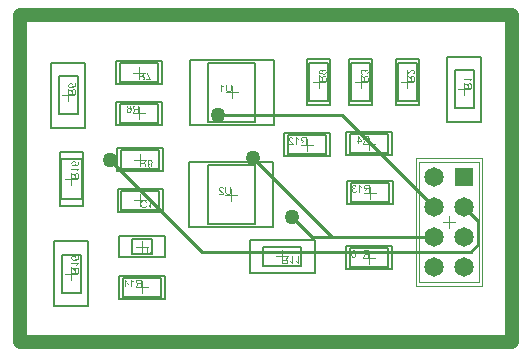
<source format=gbl>
G04*
G04 #@! TF.GenerationSoftware,Altium Limited,Altium Designer,21.5.1 (32)*
G04*
G04 Layer_Physical_Order=2*
G04 Layer_Color=16711680*
%FSLAX43Y43*%
%MOMM*%
G71*
G04*
G04 #@! TF.SameCoordinates,A754A033-3592-4F6C-ACFC-670DDD80417B*
G04*
G04*
G04 #@! TF.FilePolarity,Positive*
G04*
G01*
G75*
%ADD12C,0.200*%
%ADD14C,0.254*%
%ADD15C,1.200*%
%ADD16C,0.100*%
%ADD17C,0.050*%
%ADD30C,1.650*%
%ADD31R,1.650X1.650*%
%ADD32C,1.270*%
G36*
X10338Y7452D02*
X10584D01*
X10600Y7453D01*
X10619Y7454D01*
X10637Y7456D01*
X10656Y7459D01*
X10672Y7461D01*
X10672D01*
X10674Y7462D01*
X10677D01*
X10681Y7464D01*
X10691Y7467D01*
X10704Y7472D01*
X10719Y7478D01*
X10734Y7486D01*
X10750Y7496D01*
X10765Y7508D01*
X10766Y7509D01*
X10767Y7509D01*
X10770Y7512D01*
X10773Y7515D01*
X10783Y7524D01*
X10794Y7537D01*
X10806Y7553D01*
X10819Y7571D01*
X10831Y7593D01*
X10841Y7617D01*
Y7618D01*
X10842Y7619D01*
X10844Y7623D01*
X10844Y7629D01*
X10847Y7635D01*
X10849Y7643D01*
X10851Y7651D01*
X10854Y7661D01*
X10856Y7671D01*
X10858Y7683D01*
X10863Y7709D01*
X10866Y7738D01*
X10867Y7769D01*
Y7770D01*
Y7772D01*
Y7777D01*
Y7781D01*
X10866Y7788D01*
Y7795D01*
X10865Y7813D01*
X10862Y7833D01*
X10859Y7854D01*
X10855Y7877D01*
X10849Y7899D01*
Y7900D01*
X10848Y7901D01*
X10847Y7904D01*
X10846Y7908D01*
X10843Y7918D01*
X10837Y7931D01*
X10832Y7946D01*
X10824Y7961D01*
X10815Y7976D01*
X10806Y7991D01*
X10805Y7993D01*
X10801Y7998D01*
X10795Y8004D01*
X10788Y8012D01*
X10780Y8022D01*
X10770Y8031D01*
X10759Y8041D01*
X10747Y8049D01*
X10746Y8050D01*
X10742Y8053D01*
X10735Y8057D01*
X10726Y8061D01*
X10715Y8067D01*
X10702Y8072D01*
X10687Y8077D01*
X10671Y8082D01*
X10669D01*
X10666Y8083D01*
X10663Y8084D01*
X10654Y8085D01*
X10641Y8086D01*
X10626Y8088D01*
X10609Y8090D01*
X10589Y8091D01*
X10568Y8092D01*
X10338D01*
Y7452D01*
D02*
G37*
G36*
X11168Y7592D02*
X11167Y7593D01*
X11163Y7596D01*
X11157Y7602D01*
X11148Y7608D01*
X11138Y7617D01*
X11125Y7626D01*
X11110Y7636D01*
X11093Y7646D01*
X11092D01*
X11091Y7647D01*
X11086Y7651D01*
X11077Y7656D01*
X11065Y7661D01*
X11052Y7668D01*
X11039Y7674D01*
X11025Y7681D01*
X11011Y7686D01*
Y7610D01*
X11012D01*
X11014Y7608D01*
X11017Y7607D01*
X11022Y7605D01*
X11028Y7602D01*
X11034Y7598D01*
X11050Y7589D01*
X11068Y7579D01*
X11087Y7566D01*
X11106Y7551D01*
X11126Y7535D01*
X11126Y7534D01*
X11127Y7534D01*
X11130Y7531D01*
X11134Y7528D01*
X11142Y7519D01*
X11153Y7508D01*
X11164Y7495D01*
X11176Y7480D01*
X11187Y7465D01*
X11196Y7449D01*
X11247D01*
Y8092D01*
X11168D01*
Y7592D01*
D02*
G37*
G36*
X4327Y21954D02*
X4320Y21954D01*
X4312Y21953D01*
X4302Y21951D01*
X4291Y21949D01*
X4267Y21943D01*
X4242Y21934D01*
X4229Y21929D01*
X4217Y21921D01*
X4204Y21914D01*
X4192Y21904D01*
X4192Y21904D01*
X4189Y21902D01*
X4185Y21898D01*
X4180Y21893D01*
X4175Y21887D01*
X4167Y21880D01*
X4161Y21870D01*
X4154Y21860D01*
X4146Y21849D01*
X4140Y21836D01*
X4133Y21822D01*
X4127Y21807D01*
X4122Y21792D01*
X4118Y21774D01*
X4116Y21756D01*
X4115Y21736D01*
Y21728D01*
X4116Y21721D01*
X4117Y21714D01*
X4118Y21706D01*
X4118Y21696D01*
X4121Y21685D01*
X4127Y21662D01*
X4135Y21639D01*
X4141Y21627D01*
X4147Y21615D01*
X4155Y21604D01*
X4163Y21593D01*
X4164Y21592D01*
X4165Y21590D01*
X4168Y21588D01*
X4172Y21585D01*
X4177Y21580D01*
X4182Y21575D01*
X4190Y21570D01*
X4198Y21565D01*
X4206Y21560D01*
X4216Y21554D01*
X4239Y21544D01*
X4265Y21536D01*
X4278Y21533D01*
X4293Y21531D01*
X4300Y21613D01*
X4299D01*
X4297D01*
X4294Y21614D01*
X4290Y21615D01*
X4279Y21618D01*
X4266Y21622D01*
X4252Y21627D01*
X4236Y21635D01*
X4222Y21644D01*
X4209Y21655D01*
X4208Y21657D01*
X4204Y21660D01*
X4200Y21668D01*
X4194Y21678D01*
X4189Y21689D01*
X4184Y21703D01*
X4180Y21719D01*
X4180Y21736D01*
Y21742D01*
X4180Y21745D01*
X4181Y21757D01*
X4185Y21770D01*
X4190Y21785D01*
X4197Y21801D01*
X4208Y21818D01*
X4215Y21825D01*
X4222Y21832D01*
X4223Y21833D01*
X4224Y21834D01*
X4227Y21836D01*
X4229Y21839D01*
X4240Y21845D01*
X4253Y21853D01*
X4268Y21859D01*
X4288Y21866D01*
X4311Y21870D01*
X4323Y21872D01*
X4336D01*
X4337D01*
X4339D01*
X4342D01*
X4347Y21871D01*
X4352D01*
X4359Y21870D01*
X4374Y21868D01*
X4391Y21863D01*
X4409Y21856D01*
X4425Y21847D01*
X4441Y21834D01*
X4442D01*
X4443Y21832D01*
X4448Y21828D01*
X4454Y21819D01*
X4462Y21808D01*
X4468Y21794D01*
X4474Y21777D01*
X4479Y21757D01*
X4481Y21746D01*
Y21729D01*
X4480Y21721D01*
X4479Y21712D01*
X4476Y21701D01*
X4474Y21690D01*
X4469Y21678D01*
X4463Y21666D01*
X4462Y21665D01*
X4461Y21661D01*
X4456Y21656D01*
X4451Y21648D01*
X4445Y21641D01*
X4437Y21634D01*
X4428Y21625D01*
X4418Y21619D01*
X4428Y21545D01*
X4757Y21607D01*
Y21925D01*
X4682D01*
Y21669D01*
X4510Y21635D01*
X4510Y21635D01*
X4511Y21637D01*
X4513Y21640D01*
X4516Y21645D01*
X4519Y21650D01*
X4523Y21657D01*
X4530Y21672D01*
X4537Y21690D01*
X4544Y21710D01*
X4548Y21733D01*
X4550Y21744D01*
Y21764D01*
X4549Y21770D01*
X4548Y21777D01*
X4547Y21785D01*
X4546Y21794D01*
X4543Y21805D01*
X4536Y21827D01*
X4532Y21839D01*
X4525Y21851D01*
X4519Y21863D01*
X4511Y21875D01*
X4502Y21886D01*
X4492Y21897D01*
X4491Y21898D01*
X4489Y21900D01*
X4486Y21903D01*
X4482Y21906D01*
X4475Y21911D01*
X4469Y21916D01*
X4461Y21921D01*
X4451Y21927D01*
X4441Y21931D01*
X4430Y21937D01*
X4417Y21941D01*
X4404Y21946D01*
X4390Y21950D01*
X4375Y21953D01*
X4359Y21954D01*
X4342Y21955D01*
X4341D01*
X4339D01*
X4334D01*
X4327Y21954D01*
D02*
G37*
G36*
X4126Y21376D02*
X4259Y21292D01*
X4260D01*
X4262Y21290D01*
X4265Y21288D01*
X4268Y21285D01*
X4278Y21279D01*
X4291Y21270D01*
X4305Y21260D01*
X4320Y21250D01*
X4334Y21240D01*
X4347Y21230D01*
X4348Y21230D01*
X4351Y21227D01*
X4357Y21222D01*
X4364Y21216D01*
X4377Y21202D01*
X4384Y21194D01*
X4389Y21187D01*
X4390Y21186D01*
X4391Y21184D01*
X4393Y21181D01*
X4396Y21175D01*
X4399Y21169D01*
X4401Y21163D01*
X4406Y21148D01*
Y21147D01*
X4407Y21145D01*
Y21142D01*
X4408Y21137D01*
X4409Y21131D01*
Y21123D01*
X4410Y21113D01*
Y21004D01*
X4126D01*
Y20919D01*
X4766D01*
Y21216D01*
X4765Y21223D01*
Y21231D01*
X4764Y21251D01*
X4761Y21271D01*
X4758Y21293D01*
X4754Y21314D01*
X4751Y21324D01*
X4748Y21332D01*
Y21333D01*
X4747Y21334D01*
X4744Y21340D01*
X4741Y21348D01*
X4734Y21358D01*
X4726Y21369D01*
X4715Y21381D01*
X4702Y21392D01*
X4687Y21403D01*
X4686D01*
X4685Y21404D01*
X4680Y21408D01*
X4670Y21412D01*
X4658Y21417D01*
X4645Y21422D01*
X4628Y21427D01*
X4610Y21429D01*
X4591Y21430D01*
X4590D01*
X4588D01*
X4584D01*
X4580Y21429D01*
X4573D01*
X4567Y21428D01*
X4551Y21425D01*
X4533Y21419D01*
X4513Y21412D01*
X4494Y21401D01*
X4485Y21393D01*
X4475Y21386D01*
X4474Y21385D01*
X4474Y21384D01*
X4471Y21381D01*
X4468Y21378D01*
X4464Y21373D01*
X4461Y21367D01*
X4456Y21360D01*
X4450Y21353D01*
X4446Y21343D01*
X4441Y21333D01*
X4436Y21322D01*
X4431Y21310D01*
X4427Y21296D01*
X4423Y21282D01*
X4420Y21267D01*
X4417Y21250D01*
X4416Y21252D01*
X4414Y21255D01*
X4411Y21261D01*
X4407Y21268D01*
X4397Y21285D01*
X4390Y21293D01*
X4385Y21301D01*
X4383Y21303D01*
X4378Y21307D01*
X4371Y21315D01*
X4362Y21324D01*
X4349Y21334D01*
X4335Y21346D01*
X4318Y21358D01*
X4300Y21371D01*
X4126Y21481D01*
Y21376D01*
D02*
G37*
G36*
X4571Y15335D02*
X4566D01*
X4551Y15332D01*
X4533Y15330D01*
X4515Y15325D01*
X4495Y15319D01*
X4475Y15309D01*
X4474D01*
X4473Y15308D01*
X4470Y15307D01*
X4467Y15305D01*
X4458Y15299D01*
X4446Y15291D01*
X4433Y15281D01*
X4420Y15269D01*
X4407Y15254D01*
X4396Y15238D01*
Y15237D01*
X4395Y15236D01*
X4393Y15234D01*
X4392Y15230D01*
X4387Y15221D01*
X4383Y15209D01*
X4377Y15193D01*
X4373Y15175D01*
X4370Y15156D01*
X4369Y15135D01*
Y15130D01*
X4370Y15125D01*
Y15118D01*
X4371Y15110D01*
X4372Y15100D01*
X4375Y15089D01*
X4378Y15078D01*
X4382Y15065D01*
X4386Y15052D01*
X4392Y15039D01*
X4399Y15025D01*
X4408Y15013D01*
X4417Y15000D01*
X4428Y14987D01*
X4441Y14975D01*
X4442Y14974D01*
X4445Y14972D01*
X4448Y14969D01*
X4455Y14965D01*
X4463Y14960D01*
X4472Y14955D01*
X4484Y14950D01*
X4497Y14944D01*
X4513Y14938D01*
X4531Y14932D01*
X4550Y14927D01*
X4571Y14923D01*
X4595Y14918D01*
X4621Y14915D01*
X4649Y14914D01*
X4679Y14913D01*
X4679D01*
X4680D01*
X4683D01*
X4687D01*
X4696Y14914D01*
X4709D01*
X4724Y14915D01*
X4741Y14916D01*
X4761Y14918D01*
X4782Y14921D01*
X4803Y14925D01*
X4826Y14929D01*
X4849Y14935D01*
X4871Y14941D01*
X4892Y14950D01*
X4912Y14959D01*
X4932Y14969D01*
X4948Y14981D01*
X4949Y14982D01*
X4951Y14984D01*
X4955Y14988D01*
X4961Y14992D01*
X4966Y14998D01*
X4972Y15005D01*
X4979Y15014D01*
X4985Y15024D01*
X4992Y15035D01*
X4999Y15047D01*
X5005Y15061D01*
X5011Y15074D01*
X5016Y15090D01*
X5020Y15107D01*
X5022Y15124D01*
X5022Y15143D01*
Y15150D01*
X5022Y15156D01*
Y15162D01*
X5021Y15170D01*
X5017Y15187D01*
X5012Y15207D01*
X5005Y15227D01*
X4994Y15247D01*
X4987Y15258D01*
X4980Y15267D01*
X4979Y15268D01*
X4978Y15269D01*
X4975Y15271D01*
X4973Y15274D01*
X4968Y15279D01*
X4962Y15283D01*
X4949Y15293D01*
X4933Y15303D01*
X4912Y15312D01*
X4889Y15320D01*
X4863Y15326D01*
X4857Y15247D01*
X4858D01*
X4859Y15246D01*
X4864Y15246D01*
X4873Y15243D01*
X4883Y15239D01*
X4894Y15235D01*
X4905Y15230D01*
X4915Y15223D01*
X4924Y15217D01*
X4925Y15215D01*
X4929Y15211D01*
X4935Y15205D01*
X4941Y15196D01*
X4947Y15184D01*
X4952Y15171D01*
X4956Y15155D01*
X4958Y15138D01*
Y15132D01*
X4957Y15124D01*
X4955Y15116D01*
X4952Y15105D01*
X4948Y15094D01*
X4944Y15083D01*
X4936Y15072D01*
X4936Y15070D01*
X4932Y15065D01*
X4925Y15059D01*
X4916Y15050D01*
X4905Y15041D01*
X4892Y15031D01*
X4875Y15022D01*
X4857Y15013D01*
X4856D01*
X4854Y15012D01*
X4851Y15011D01*
X4848Y15009D01*
X4842Y15008D01*
X4836Y15006D01*
X4828Y15004D01*
X4819Y15002D01*
X4809Y15000D01*
X4798Y14998D01*
X4786Y14996D01*
X4773Y14995D01*
X4758Y14993D01*
X4743Y14992D01*
X4727Y14991D01*
X4710D01*
X4711Y14992D01*
X4716Y14996D01*
X4724Y15002D01*
X4733Y15011D01*
X4744Y15020D01*
X4754Y15032D01*
X4765Y15045D01*
X4774Y15060D01*
Y15061D01*
X4775Y15062D01*
X4777Y15067D01*
X4780Y15075D01*
X4785Y15087D01*
X4789Y15099D01*
X4791Y15114D01*
X4794Y15130D01*
X4795Y15147D01*
Y15154D01*
X4794Y15160D01*
X4793Y15167D01*
X4792Y15174D01*
X4790Y15184D01*
X4788Y15193D01*
X4781Y15214D01*
X4777Y15225D01*
X4770Y15236D01*
X4764Y15247D01*
X4756Y15259D01*
X4747Y15271D01*
X4737Y15281D01*
X4736Y15282D01*
X4734Y15283D01*
X4731Y15286D01*
X4727Y15289D01*
X4720Y15294D01*
X4714Y15298D01*
X4705Y15303D01*
X4696Y15308D01*
X4686Y15314D01*
X4675Y15319D01*
X4662Y15323D01*
X4649Y15328D01*
X4635Y15331D01*
X4619Y15333D01*
X4604Y15335D01*
X4587Y15336D01*
X4586D01*
X4584D01*
X4581D01*
X4577D01*
X4571Y15335D01*
D02*
G37*
G36*
X4380Y14636D02*
X4880D01*
X4879Y14635D01*
X4875Y14631D01*
X4870Y14625D01*
X4863Y14616D01*
X4855Y14606D01*
X4846Y14593D01*
X4836Y14578D01*
X4826Y14561D01*
Y14560D01*
X4825Y14560D01*
X4821Y14554D01*
X4816Y14545D01*
X4811Y14534D01*
X4804Y14521D01*
X4798Y14507D01*
X4791Y14493D01*
X4786Y14479D01*
X4862D01*
Y14480D01*
X4863Y14482D01*
X4864Y14486D01*
X4867Y14490D01*
X4870Y14496D01*
X4874Y14502D01*
X4883Y14518D01*
X4893Y14536D01*
X4906Y14555D01*
X4921Y14574D01*
X4936Y14594D01*
X4937Y14595D01*
X4938Y14596D01*
X4941Y14598D01*
X4944Y14602D01*
X4953Y14610D01*
X4964Y14621D01*
X4977Y14633D01*
X4992Y14645D01*
X5007Y14655D01*
X5022Y14664D01*
Y14715D01*
X4380D01*
Y14636D01*
D02*
G37*
G36*
Y14264D02*
X4513Y14180D01*
X4514D01*
X4516Y14178D01*
X4519Y14176D01*
X4522Y14173D01*
X4532Y14167D01*
X4545Y14158D01*
X4559Y14148D01*
X4574Y14138D01*
X4588Y14128D01*
X4601Y14118D01*
X4602Y14118D01*
X4605Y14115D01*
X4611Y14110D01*
X4617Y14104D01*
X4631Y14090D01*
X4638Y14082D01*
X4643Y14075D01*
X4644Y14074D01*
X4645Y14072D01*
X4647Y14069D01*
X4650Y14063D01*
X4653Y14057D01*
X4655Y14051D01*
X4660Y14036D01*
Y14035D01*
X4661Y14033D01*
Y14030D01*
X4662Y14025D01*
X4663Y14019D01*
Y14011D01*
X4664Y14001D01*
Y13892D01*
X4380D01*
Y13807D01*
X5020D01*
Y14104D01*
X5019Y14111D01*
Y14119D01*
X5018Y14139D01*
X5015Y14159D01*
X5012Y14181D01*
X5008Y14202D01*
X5005Y14212D01*
X5002Y14220D01*
Y14221D01*
X5001Y14222D01*
X4998Y14228D01*
X4995Y14236D01*
X4988Y14246D01*
X4980Y14257D01*
X4969Y14269D01*
X4956Y14280D01*
X4941Y14291D01*
X4940D01*
X4939Y14292D01*
X4934Y14296D01*
X4924Y14300D01*
X4912Y14305D01*
X4899Y14310D01*
X4882Y14314D01*
X4864Y14317D01*
X4845Y14318D01*
X4844D01*
X4842D01*
X4838D01*
X4834Y14317D01*
X4827D01*
X4821Y14316D01*
X4805Y14313D01*
X4787Y14307D01*
X4767Y14300D01*
X4748Y14289D01*
X4739Y14281D01*
X4729Y14274D01*
X4728Y14273D01*
X4728Y14272D01*
X4725Y14269D01*
X4722Y14266D01*
X4718Y14261D01*
X4715Y14255D01*
X4710Y14248D01*
X4704Y14241D01*
X4700Y14231D01*
X4695Y14221D01*
X4690Y14210D01*
X4685Y14198D01*
X4681Y14184D01*
X4677Y14170D01*
X4674Y14155D01*
X4671Y14138D01*
X4670Y14140D01*
X4668Y14143D01*
X4665Y14149D01*
X4661Y14156D01*
X4651Y14173D01*
X4644Y14181D01*
X4639Y14189D01*
X4637Y14191D01*
X4632Y14195D01*
X4625Y14203D01*
X4616Y14212D01*
X4603Y14222D01*
X4589Y14234D01*
X4572Y14246D01*
X4554Y14259D01*
X4380Y14369D01*
Y14264D01*
D02*
G37*
G36*
X4581Y7339D02*
X4574Y7338D01*
X4566Y7337D01*
X4556Y7335D01*
X4545Y7333D01*
X4521Y7328D01*
X4496Y7319D01*
X4483Y7313D01*
X4471Y7306D01*
X4458Y7298D01*
X4446Y7289D01*
X4446Y7288D01*
X4443Y7286D01*
X4439Y7282D01*
X4434Y7278D01*
X4429Y7271D01*
X4421Y7264D01*
X4415Y7255D01*
X4408Y7245D01*
X4400Y7233D01*
X4394Y7220D01*
X4387Y7207D01*
X4381Y7192D01*
X4376Y7176D01*
X4372Y7159D01*
X4370Y7140D01*
X4369Y7121D01*
Y7112D01*
X4370Y7106D01*
X4371Y7098D01*
X4372Y7090D01*
X4372Y7080D01*
X4375Y7070D01*
X4381Y7047D01*
X4389Y7024D01*
X4395Y7012D01*
X4401Y7000D01*
X4409Y6988D01*
X4417Y6977D01*
X4418Y6976D01*
X4419Y6975D01*
X4422Y6973D01*
X4426Y6969D01*
X4431Y6964D01*
X4436Y6960D01*
X4444Y6954D01*
X4452Y6950D01*
X4460Y6944D01*
X4470Y6939D01*
X4493Y6928D01*
X4519Y6920D01*
X4532Y6917D01*
X4547Y6915D01*
X4554Y6998D01*
X4553D01*
X4551D01*
X4548Y6999D01*
X4544Y7000D01*
X4533Y7002D01*
X4519Y7006D01*
X4506Y7012D01*
X4490Y7019D01*
X4476Y7028D01*
X4463Y7039D01*
X4462Y7041D01*
X4458Y7045D01*
X4454Y7052D01*
X4448Y7062D01*
X4443Y7073D01*
X4438Y7087D01*
X4434Y7103D01*
X4434Y7121D01*
Y7126D01*
X4434Y7130D01*
X4435Y7141D01*
X4439Y7154D01*
X4444Y7170D01*
X4451Y7185D01*
X4462Y7202D01*
X4469Y7209D01*
X4476Y7217D01*
X4477Y7218D01*
X4478Y7219D01*
X4481Y7220D01*
X4483Y7223D01*
X4494Y7230D01*
X4507Y7237D01*
X4522Y7244D01*
X4542Y7250D01*
X4565Y7255D01*
X4577Y7257D01*
X4590D01*
X4591D01*
X4593D01*
X4596D01*
X4601Y7256D01*
X4606D01*
X4613Y7255D01*
X4628Y7252D01*
X4645Y7247D01*
X4663Y7241D01*
X4679Y7232D01*
X4695Y7219D01*
X4696D01*
X4697Y7217D01*
X4702Y7212D01*
X4708Y7204D01*
X4715Y7193D01*
X4722Y7178D01*
X4728Y7161D01*
X4733Y7142D01*
X4735Y7131D01*
Y7113D01*
X4734Y7106D01*
X4733Y7097D01*
X4730Y7086D01*
X4728Y7074D01*
X4723Y7062D01*
X4717Y7050D01*
X4716Y7049D01*
X4715Y7046D01*
X4710Y7040D01*
X4705Y7033D01*
X4699Y7025D01*
X4691Y7018D01*
X4682Y7010D01*
X4672Y7003D01*
X4682Y6929D01*
X5011Y6991D01*
Y7309D01*
X4936D01*
Y7053D01*
X4764Y7019D01*
X4765Y7020D01*
X4765Y7022D01*
X4767Y7024D01*
X4770Y7029D01*
X4773Y7035D01*
X4777Y7041D01*
X4784Y7056D01*
X4791Y7074D01*
X4798Y7095D01*
X4802Y7117D01*
X4804Y7128D01*
Y7148D01*
X4803Y7154D01*
X4802Y7161D01*
X4801Y7170D01*
X4800Y7179D01*
X4797Y7189D01*
X4790Y7211D01*
X4786Y7223D01*
X4779Y7235D01*
X4773Y7247D01*
X4765Y7259D01*
X4756Y7270D01*
X4746Y7282D01*
X4745Y7282D01*
X4743Y7284D01*
X4740Y7287D01*
X4736Y7291D01*
X4729Y7295D01*
X4723Y7300D01*
X4715Y7306D01*
X4705Y7311D01*
X4695Y7316D01*
X4684Y7321D01*
X4671Y7326D01*
X4658Y7331D01*
X4644Y7334D01*
X4629Y7337D01*
X4613Y7339D01*
X4596Y7340D01*
X4595D01*
X4593D01*
X4588D01*
X4581Y7339D01*
D02*
G37*
G36*
X4380Y6635D02*
X4880D01*
X4879Y6634D01*
X4875Y6630D01*
X4870Y6624D01*
X4863Y6615D01*
X4855Y6605D01*
X4846Y6592D01*
X4836Y6577D01*
X4826Y6560D01*
Y6559D01*
X4825Y6559D01*
X4821Y6553D01*
X4816Y6544D01*
X4811Y6533D01*
X4804Y6520D01*
X4798Y6506D01*
X4791Y6492D01*
X4786Y6478D01*
X4862D01*
Y6479D01*
X4863Y6481D01*
X4864Y6485D01*
X4867Y6489D01*
X4870Y6495D01*
X4874Y6501D01*
X4883Y6517D01*
X4893Y6535D01*
X4906Y6554D01*
X4921Y6573D01*
X4936Y6593D01*
X4937Y6594D01*
X4938Y6595D01*
X4941Y6597D01*
X4944Y6601D01*
X4953Y6609D01*
X4964Y6620D01*
X4977Y6632D01*
X4992Y6644D01*
X5007Y6654D01*
X5022Y6663D01*
Y6714D01*
X4380D01*
Y6635D01*
D02*
G37*
G36*
Y6263D02*
X4513Y6179D01*
X4514D01*
X4516Y6177D01*
X4519Y6175D01*
X4522Y6172D01*
X4532Y6166D01*
X4545Y6157D01*
X4559Y6147D01*
X4574Y6137D01*
X4588Y6127D01*
X4601Y6117D01*
X4602Y6117D01*
X4605Y6114D01*
X4611Y6109D01*
X4617Y6103D01*
X4631Y6089D01*
X4638Y6081D01*
X4643Y6074D01*
X4644Y6073D01*
X4645Y6071D01*
X4647Y6068D01*
X4650Y6062D01*
X4653Y6056D01*
X4655Y6050D01*
X4660Y6035D01*
Y6034D01*
X4661Y6032D01*
Y6029D01*
X4662Y6024D01*
X4663Y6018D01*
Y6010D01*
X4664Y6000D01*
Y5891D01*
X4380D01*
Y5806D01*
X5020D01*
Y6103D01*
X5019Y6110D01*
Y6118D01*
X5018Y6138D01*
X5015Y6158D01*
X5012Y6180D01*
X5008Y6201D01*
X5005Y6211D01*
X5002Y6219D01*
Y6220D01*
X5001Y6221D01*
X4998Y6227D01*
X4995Y6235D01*
X4988Y6245D01*
X4980Y6256D01*
X4969Y6268D01*
X4956Y6279D01*
X4941Y6290D01*
X4940D01*
X4939Y6291D01*
X4934Y6295D01*
X4924Y6299D01*
X4912Y6304D01*
X4899Y6309D01*
X4882Y6313D01*
X4864Y6316D01*
X4845Y6317D01*
X4844D01*
X4842D01*
X4838D01*
X4834Y6316D01*
X4827D01*
X4821Y6315D01*
X4805Y6312D01*
X4787Y6306D01*
X4767Y6299D01*
X4748Y6288D01*
X4739Y6280D01*
X4729Y6273D01*
X4728Y6272D01*
X4728Y6271D01*
X4725Y6268D01*
X4722Y6265D01*
X4718Y6260D01*
X4715Y6254D01*
X4710Y6247D01*
X4704Y6240D01*
X4700Y6230D01*
X4695Y6220D01*
X4690Y6209D01*
X4685Y6197D01*
X4681Y6183D01*
X4677Y6169D01*
X4674Y6154D01*
X4671Y6137D01*
X4670Y6139D01*
X4668Y6142D01*
X4665Y6148D01*
X4661Y6155D01*
X4651Y6172D01*
X4644Y6180D01*
X4639Y6188D01*
X4637Y6190D01*
X4632Y6194D01*
X4625Y6202D01*
X4616Y6211D01*
X4603Y6221D01*
X4589Y6233D01*
X4572Y6245D01*
X4554Y6258D01*
X4380Y6368D01*
Y6263D01*
D02*
G37*
G36*
X17404Y12767D02*
Y12766D01*
Y12763D01*
Y12758D01*
Y12751D01*
X17405Y12743D01*
Y12734D01*
X17406Y12723D01*
X17407Y12712D01*
X17410Y12687D01*
X17413Y12661D01*
X17419Y12636D01*
X17423Y12624D01*
X17426Y12613D01*
Y12612D01*
X17427Y12610D01*
X17429Y12607D01*
X17431Y12604D01*
X17436Y12593D01*
X17445Y12580D01*
X17456Y12566D01*
X17469Y12551D01*
X17485Y12535D01*
X17506Y12521D01*
X17507D01*
X17509Y12519D01*
X17511Y12518D01*
X17516Y12516D01*
X17521Y12513D01*
X17529Y12510D01*
X17536Y12507D01*
X17546Y12504D01*
X17556Y12500D01*
X17567Y12497D01*
X17579Y12494D01*
X17593Y12492D01*
X17607Y12490D01*
X17621Y12488D01*
X17655Y12486D01*
X17663D01*
X17669Y12487D01*
X17677D01*
X17686Y12488D01*
X17696Y12489D01*
X17706Y12490D01*
X17729Y12494D01*
X17754Y12499D01*
X17778Y12506D01*
X17802Y12517D01*
X17803D01*
X17804Y12518D01*
X17807Y12520D01*
X17811Y12522D01*
X17821Y12530D01*
X17833Y12540D01*
X17847Y12553D01*
X17860Y12567D01*
X17873Y12586D01*
X17883Y12606D01*
Y12607D01*
X17884Y12609D01*
X17885Y12613D01*
X17887Y12617D01*
X17889Y12623D01*
X17890Y12630D01*
X17893Y12639D01*
X17895Y12649D01*
X17897Y12660D01*
X17900Y12672D01*
X17901Y12685D01*
X17903Y12699D01*
X17905Y12714D01*
X17906Y12731D01*
X17907Y12749D01*
Y12767D01*
Y13137D01*
X17822D01*
Y12767D01*
Y12766D01*
Y12763D01*
Y12759D01*
Y12753D01*
X17821Y12747D01*
Y12739D01*
X17820Y12721D01*
X17818Y12701D01*
X17815Y12680D01*
X17812Y12661D01*
X17810Y12653D01*
X17807Y12644D01*
X17806Y12642D01*
X17804Y12638D01*
X17800Y12631D01*
X17794Y12622D01*
X17788Y12613D01*
X17778Y12603D01*
X17767Y12592D01*
X17754Y12584D01*
X17753Y12583D01*
X17748Y12580D01*
X17740Y12578D01*
X17729Y12574D01*
X17716Y12569D01*
X17699Y12567D01*
X17681Y12564D01*
X17662Y12563D01*
X17653D01*
X17647Y12564D01*
X17639D01*
X17631Y12565D01*
X17610Y12568D01*
X17588Y12573D01*
X17567Y12580D01*
X17546Y12591D01*
X17537Y12597D01*
X17529Y12604D01*
X17528Y12605D01*
X17527Y12606D01*
X17525Y12609D01*
X17522Y12613D01*
X17520Y12618D01*
X17516Y12624D01*
X17512Y12632D01*
X17509Y12641D01*
X17505Y12651D01*
X17502Y12663D01*
X17498Y12677D01*
X17496Y12691D01*
X17493Y12708D01*
X17491Y12726D01*
X17489Y12746D01*
Y12767D01*
Y13137D01*
X17404D01*
Y12767D01*
D02*
G37*
G36*
X17068Y13139D02*
X17060Y13138D01*
X17051Y13137D01*
X17041Y13135D01*
X17031Y13133D01*
X17006Y13127D01*
X16982Y13118D01*
X16970Y13112D01*
X16958Y13106D01*
X16947Y13097D01*
X16937Y13088D01*
X16936Y13087D01*
X16934Y13086D01*
X16933Y13082D01*
X16929Y13079D01*
X16924Y13074D01*
X16920Y13068D01*
X16915Y13061D01*
X16909Y13053D01*
X16900Y13035D01*
X16891Y13013D01*
X16887Y13002D01*
X16885Y12989D01*
X16884Y12976D01*
X16883Y12962D01*
Y12960D01*
Y12956D01*
X16884Y12948D01*
X16884Y12938D01*
X16886Y12927D01*
X16890Y12914D01*
X16894Y12900D01*
X16899Y12886D01*
X16900Y12885D01*
X16902Y12880D01*
X16906Y12873D01*
X16911Y12862D01*
X16919Y12851D01*
X16928Y12837D01*
X16939Y12824D01*
X16952Y12808D01*
X16954Y12806D01*
X16958Y12800D01*
X16963Y12796D01*
X16968Y12791D01*
X16973Y12786D01*
X16981Y12778D01*
X16988Y12771D01*
X16997Y12763D01*
X17006Y12753D01*
X17018Y12743D01*
X17030Y12733D01*
X17043Y12721D01*
X17057Y12709D01*
X17072Y12696D01*
X17073Y12695D01*
X17075Y12693D01*
X17079Y12690D01*
X17083Y12687D01*
X17089Y12681D01*
X17095Y12676D01*
X17110Y12664D01*
X17126Y12650D01*
X17141Y12636D01*
X17153Y12624D01*
X17159Y12619D01*
X17164Y12615D01*
X17165Y12614D01*
X17167Y12611D01*
X17171Y12607D01*
X17176Y12602D01*
X17180Y12595D01*
X17186Y12589D01*
X17197Y12573D01*
X16882D01*
Y12497D01*
X17306D01*
Y12498D01*
Y12502D01*
Y12507D01*
X17305Y12515D01*
X17304Y12523D01*
X17302Y12532D01*
X17301Y12542D01*
X17297Y12552D01*
Y12553D01*
X17296Y12554D01*
X17294Y12559D01*
X17290Y12567D01*
X17285Y12579D01*
X17277Y12592D01*
X17268Y12606D01*
X17258Y12621D01*
X17245Y12637D01*
Y12638D01*
X17243Y12639D01*
X17239Y12644D01*
X17230Y12653D01*
X17218Y12665D01*
X17204Y12678D01*
X17187Y12695D01*
X17166Y12714D01*
X17142Y12733D01*
X17141Y12734D01*
X17138Y12737D01*
X17132Y12741D01*
X17126Y12747D01*
X17117Y12754D01*
X17107Y12763D01*
X17097Y12772D01*
X17085Y12782D01*
X17062Y12804D01*
X17039Y12826D01*
X17028Y12837D01*
X17018Y12849D01*
X17008Y12859D01*
X17001Y12869D01*
Y12870D01*
X16999Y12871D01*
X16997Y12874D01*
X16995Y12877D01*
X16989Y12887D01*
X16982Y12899D01*
X16975Y12914D01*
X16969Y12930D01*
X16965Y12947D01*
X16963Y12964D01*
Y12965D01*
Y12966D01*
X16964Y12972D01*
X16965Y12981D01*
X16968Y12991D01*
X16971Y13004D01*
X16978Y13017D01*
X16986Y13030D01*
X16997Y13043D01*
X16999Y13045D01*
X17004Y13048D01*
X17010Y13053D01*
X17020Y13059D01*
X17033Y13065D01*
X17048Y13070D01*
X17066Y13074D01*
X17085Y13075D01*
X17091D01*
X17094Y13074D01*
X17105Y13073D01*
X17118Y13070D01*
X17132Y13067D01*
X17148Y13060D01*
X17163Y13052D01*
X17177Y13041D01*
X17178Y13039D01*
X17182Y13034D01*
X17188Y13027D01*
X17193Y13016D01*
X17200Y13003D01*
X17205Y12986D01*
X17209Y12968D01*
X17211Y12947D01*
X17291Y12955D01*
Y12956D01*
X17290Y12959D01*
Y12963D01*
X17289Y12970D01*
X17288Y12977D01*
X17286Y12985D01*
X17283Y12996D01*
X17280Y13006D01*
X17273Y13028D01*
X17262Y13050D01*
X17255Y13061D01*
X17247Y13072D01*
X17239Y13082D01*
X17229Y13092D01*
X17228Y13093D01*
X17227Y13094D01*
X17224Y13096D01*
X17219Y13099D01*
X17214Y13103D01*
X17207Y13106D01*
X17200Y13111D01*
X17190Y13116D01*
X17180Y13120D01*
X17169Y13125D01*
X17157Y13129D01*
X17144Y13132D01*
X17130Y13135D01*
X17116Y13138D01*
X17100Y13139D01*
X17083Y13140D01*
X17074D01*
X17068Y13139D01*
D02*
G37*
G36*
X17455Y21454D02*
Y21453D01*
Y21449D01*
Y21445D01*
Y21438D01*
X17456Y21430D01*
Y21421D01*
X17457Y21410D01*
X17458Y21399D01*
X17460Y21374D01*
X17464Y21348D01*
X17470Y21323D01*
X17473Y21311D01*
X17477Y21300D01*
Y21299D01*
X17478Y21297D01*
X17480Y21294D01*
X17482Y21290D01*
X17487Y21280D01*
X17496Y21267D01*
X17507Y21252D01*
X17520Y21238D01*
X17536Y21222D01*
X17557Y21208D01*
X17557D01*
X17559Y21206D01*
X17562Y21205D01*
X17567Y21203D01*
X17572Y21200D01*
X17580Y21197D01*
X17587Y21194D01*
X17596Y21190D01*
X17606Y21187D01*
X17618Y21184D01*
X17630Y21181D01*
X17643Y21178D01*
X17657Y21177D01*
X17672Y21175D01*
X17705Y21173D01*
X17714D01*
X17720Y21174D01*
X17728D01*
X17737Y21175D01*
X17747Y21176D01*
X17757Y21177D01*
X17780Y21180D01*
X17805Y21186D01*
X17829Y21193D01*
X17852Y21203D01*
X17853D01*
X17855Y21205D01*
X17858Y21207D01*
X17862Y21209D01*
X17872Y21216D01*
X17884Y21227D01*
X17898Y21239D01*
X17911Y21254D01*
X17924Y21273D01*
X17934Y21293D01*
Y21294D01*
X17935Y21296D01*
X17936Y21300D01*
X17937Y21304D01*
X17939Y21310D01*
X17941Y21317D01*
X17944Y21325D01*
X17946Y21336D01*
X17948Y21347D01*
X17950Y21359D01*
X17952Y21372D01*
X17954Y21386D01*
X17956Y21401D01*
X17957Y21418D01*
X17958Y21435D01*
Y21454D01*
Y21824D01*
X17873D01*
Y21454D01*
Y21453D01*
Y21450D01*
Y21446D01*
Y21440D01*
X17872Y21434D01*
Y21425D01*
X17871Y21408D01*
X17869Y21387D01*
X17866Y21367D01*
X17863Y21348D01*
X17861Y21339D01*
X17858Y21331D01*
X17857Y21329D01*
X17855Y21325D01*
X17851Y21318D01*
X17845Y21309D01*
X17839Y21300D01*
X17829Y21289D01*
X17818Y21279D01*
X17805Y21271D01*
X17803Y21270D01*
X17799Y21267D01*
X17790Y21264D01*
X17779Y21261D01*
X17766Y21256D01*
X17750Y21253D01*
X17732Y21251D01*
X17713Y21250D01*
X17704D01*
X17698Y21251D01*
X17690D01*
X17681Y21252D01*
X17661Y21255D01*
X17639Y21260D01*
X17618Y21267D01*
X17597Y21277D01*
X17588Y21284D01*
X17580Y21291D01*
X17579Y21292D01*
X17578Y21293D01*
X17576Y21296D01*
X17573Y21300D01*
X17570Y21305D01*
X17567Y21311D01*
X17563Y21319D01*
X17559Y21327D01*
X17556Y21337D01*
X17553Y21350D01*
X17549Y21363D01*
X17546Y21378D01*
X17544Y21395D01*
X17542Y21412D01*
X17540Y21433D01*
Y21454D01*
Y21824D01*
X17455D01*
Y21454D01*
D02*
G37*
G36*
X17050Y21184D02*
X17128D01*
Y21684D01*
X17129Y21683D01*
X17134Y21680D01*
X17140Y21674D01*
X17149Y21668D01*
X17159Y21659D01*
X17172Y21650D01*
X17187Y21640D01*
X17203Y21630D01*
X17204D01*
X17205Y21629D01*
X17211Y21625D01*
X17220Y21620D01*
X17231Y21615D01*
X17244Y21608D01*
X17258Y21602D01*
X17272Y21595D01*
X17286Y21590D01*
Y21666D01*
X17285D01*
X17283Y21668D01*
X17279Y21668D01*
X17275Y21671D01*
X17269Y21674D01*
X17263Y21678D01*
X17247Y21687D01*
X17228Y21697D01*
X17210Y21710D01*
X17190Y21725D01*
X17171Y21741D01*
X17170Y21742D01*
X17169Y21742D01*
X17166Y21745D01*
X17163Y21748D01*
X17154Y21757D01*
X17143Y21768D01*
X17132Y21781D01*
X17120Y21796D01*
X17110Y21811D01*
X17101Y21827D01*
X17050D01*
Y21184D01*
D02*
G37*
G36*
X8898Y4889D02*
X8811D01*
Y4816D01*
X8898D01*
Y4663D01*
X8977D01*
Y4816D01*
X9255D01*
Y4889D01*
X8962Y5303D01*
X8898D01*
Y4889D01*
D02*
G37*
G36*
X9430Y4663D02*
X9508D01*
Y5163D01*
X9509Y5162D01*
X9514Y5158D01*
X9520Y5153D01*
X9529Y5146D01*
X9539Y5138D01*
X9552Y5129D01*
X9567Y5119D01*
X9583Y5109D01*
X9584D01*
X9585Y5108D01*
X9591Y5104D01*
X9600Y5099D01*
X9611Y5094D01*
X9624Y5087D01*
X9638Y5081D01*
X9652Y5074D01*
X9666Y5069D01*
Y5145D01*
X9665D01*
X9663Y5146D01*
X9659Y5147D01*
X9655Y5150D01*
X9649Y5153D01*
X9643Y5157D01*
X9627Y5166D01*
X9608Y5176D01*
X9590Y5189D01*
X9570Y5204D01*
X9551Y5220D01*
X9550Y5220D01*
X9549Y5221D01*
X9546Y5224D01*
X9543Y5227D01*
X9534Y5236D01*
X9523Y5247D01*
X9512Y5260D01*
X9500Y5275D01*
X9490Y5290D01*
X9481Y5305D01*
X9430D01*
Y4663D01*
D02*
G37*
G36*
X10034Y5302D02*
X10025D01*
X10006Y5301D01*
X9986Y5298D01*
X9963Y5295D01*
X9943Y5291D01*
X9933Y5288D01*
X9925Y5285D01*
X9924D01*
X9923Y5284D01*
X9917Y5281D01*
X9909Y5278D01*
X9899Y5271D01*
X9888Y5263D01*
X9876Y5252D01*
X9864Y5239D01*
X9853Y5224D01*
Y5223D01*
X9852Y5222D01*
X9849Y5217D01*
X9845Y5207D01*
X9839Y5195D01*
X9835Y5182D01*
X9830Y5165D01*
X9827Y5147D01*
X9827Y5128D01*
Y5127D01*
Y5125D01*
Y5122D01*
X9827Y5117D01*
Y5110D01*
X9828Y5104D01*
X9832Y5088D01*
X9838Y5070D01*
X9845Y5050D01*
X9856Y5031D01*
X9864Y5022D01*
X9871Y5012D01*
X9872Y5011D01*
X9873Y5011D01*
X9876Y5008D01*
X9879Y5005D01*
X9884Y5001D01*
X9889Y4998D01*
X9897Y4993D01*
X9904Y4987D01*
X9913Y4983D01*
X9924Y4978D01*
X9935Y4973D01*
X9947Y4968D01*
X9961Y4964D01*
X9974Y4960D01*
X9990Y4957D01*
X10007Y4954D01*
X10005Y4953D01*
X10001Y4951D01*
X9996Y4948D01*
X9988Y4944D01*
X9972Y4934D01*
X9963Y4927D01*
X9956Y4922D01*
X9954Y4920D01*
X9950Y4915D01*
X9942Y4908D01*
X9933Y4899D01*
X9923Y4886D01*
X9911Y4872D01*
X9899Y4855D01*
X9886Y4837D01*
X9776Y4663D01*
X9881D01*
X9965Y4796D01*
Y4797D01*
X9967Y4799D01*
X9969Y4802D01*
X9972Y4805D01*
X9978Y4815D01*
X9986Y4828D01*
X9997Y4842D01*
X10007Y4857D01*
X10017Y4871D01*
X10026Y4884D01*
X10027Y4885D01*
X10030Y4889D01*
X10035Y4894D01*
X10041Y4901D01*
X10055Y4914D01*
X10062Y4921D01*
X10070Y4926D01*
X10071Y4927D01*
X10072Y4928D01*
X10076Y4930D01*
X10082Y4933D01*
X10087Y4936D01*
X10094Y4938D01*
X10109Y4943D01*
X10109D01*
X10111Y4944D01*
X10115D01*
X10120Y4945D01*
X10126Y4946D01*
X10133D01*
X10144Y4947D01*
X10253D01*
Y4663D01*
X10338D01*
Y5303D01*
X10041D01*
X10034Y5302D01*
D02*
G37*
G36*
X28312Y13317D02*
X28300Y13315D01*
X28285Y13312D01*
X28269Y13307D01*
X28252Y13302D01*
X28236Y13294D01*
X28235D01*
X28234Y13294D01*
X28228Y13291D01*
X28220Y13285D01*
X28211Y13279D01*
X28199Y13270D01*
X28188Y13259D01*
X28177Y13247D01*
X28168Y13233D01*
X28167Y13232D01*
X28164Y13227D01*
X28161Y13219D01*
X28156Y13208D01*
X28151Y13196D01*
X28148Y13183D01*
X28145Y13167D01*
X28144Y13151D01*
Y13149D01*
Y13144D01*
X28145Y13136D01*
X28147Y13126D01*
X28150Y13114D01*
X28154Y13101D01*
X28160Y13088D01*
X28167Y13075D01*
X28168Y13073D01*
X28171Y13070D01*
X28176Y13063D01*
X28184Y13056D01*
X28193Y13048D01*
X28204Y13038D01*
X28217Y13030D01*
X28233Y13022D01*
X28232D01*
X28230Y13021D01*
X28227Y13020D01*
X28224Y13019D01*
X28213Y13015D01*
X28200Y13010D01*
X28186Y13002D01*
X28171Y12993D01*
X28157Y12981D01*
X28144Y12967D01*
X28143Y12965D01*
X28139Y12960D01*
X28134Y12951D01*
X28128Y12939D01*
X28123Y12924D01*
X28117Y12906D01*
X28114Y12886D01*
X28113Y12864D01*
Y12863D01*
Y12860D01*
Y12855D01*
X28114Y12850D01*
X28114Y12842D01*
X28116Y12834D01*
X28118Y12825D01*
X28120Y12815D01*
X28127Y12792D01*
X28133Y12780D01*
X28138Y12769D01*
X28146Y12757D01*
X28154Y12745D01*
X28163Y12733D01*
X28175Y12722D01*
X28175Y12721D01*
X28177Y12719D01*
X28181Y12717D01*
X28186Y12713D01*
X28191Y12708D01*
X28199Y12704D01*
X28207Y12698D01*
X28217Y12694D01*
X28227Y12688D01*
X28239Y12682D01*
X28251Y12678D01*
X28265Y12673D01*
X28280Y12669D01*
X28296Y12667D01*
X28311Y12665D01*
X28329Y12664D01*
X28337D01*
X28343Y12665D01*
X28350Y12666D01*
X28359Y12667D01*
X28368Y12669D01*
X28378Y12670D01*
X28400Y12676D01*
X28423Y12685D01*
X28435Y12691D01*
X28446Y12697D01*
X28457Y12706D01*
X28469Y12714D01*
X28469Y12715D01*
X28471Y12717D01*
X28474Y12719D01*
X28477Y12723D01*
X28481Y12728D01*
X28486Y12734D01*
X28492Y12741D01*
X28497Y12749D01*
X28503Y12758D01*
X28508Y12767D01*
X28518Y12790D01*
X28527Y12816D01*
X28530Y12829D01*
X28531Y12844D01*
X28453Y12854D01*
Y12853D01*
X28452Y12852D01*
X28451Y12848D01*
X28450Y12843D01*
X28449Y12838D01*
X28447Y12831D01*
X28443Y12817D01*
X28436Y12801D01*
X28428Y12785D01*
X28419Y12770D01*
X28408Y12757D01*
X28406Y12756D01*
X28402Y12753D01*
X28395Y12748D01*
X28385Y12743D01*
X28374Y12738D01*
X28360Y12733D01*
X28345Y12730D01*
X28328Y12729D01*
X28322D01*
X28319Y12730D01*
X28309Y12730D01*
X28296Y12733D01*
X28281Y12738D01*
X28265Y12744D01*
X28249Y12754D01*
X28235Y12767D01*
X28233Y12768D01*
X28228Y12774D01*
X28223Y12782D01*
X28215Y12793D01*
X28208Y12807D01*
X28202Y12823D01*
X28198Y12841D01*
X28196Y12862D01*
Y12863D01*
Y12865D01*
Y12867D01*
X28197Y12871D01*
X28198Y12881D01*
X28200Y12893D01*
X28204Y12908D01*
X28211Y12923D01*
X28220Y12938D01*
X28232Y12951D01*
X28234Y12953D01*
X28238Y12957D01*
X28246Y12963D01*
X28256Y12969D01*
X28269Y12976D01*
X28285Y12981D01*
X28302Y12985D01*
X28322Y12987D01*
X28330D01*
X28336Y12986D01*
X28345Y12985D01*
X28354Y12983D01*
X28365Y12981D01*
X28377Y12978D01*
X28368Y13048D01*
X28363D01*
X28359Y13047D01*
X28347D01*
X28337Y13049D01*
X28325Y13050D01*
X28311Y13053D01*
X28296Y13058D01*
X28281Y13064D01*
X28265Y13073D01*
X28264D01*
X28263Y13073D01*
X28259Y13077D01*
X28252Y13084D01*
X28245Y13092D01*
X28237Y13104D01*
X28231Y13118D01*
X28226Y13134D01*
X28224Y13143D01*
Y13153D01*
Y13154D01*
Y13155D01*
Y13160D01*
X28226Y13168D01*
X28228Y13178D01*
X28232Y13189D01*
X28236Y13201D01*
X28244Y13213D01*
X28254Y13224D01*
X28255Y13225D01*
X28260Y13229D01*
X28266Y13233D01*
X28274Y13239D01*
X28285Y13244D01*
X28298Y13248D01*
X28313Y13252D01*
X28330Y13253D01*
X28337D01*
X28346Y13251D01*
X28357Y13249D01*
X28369Y13245D01*
X28381Y13241D01*
X28394Y13233D01*
X28406Y13224D01*
X28407Y13223D01*
X28410Y13219D01*
X28416Y13212D01*
X28422Y13203D01*
X28429Y13191D01*
X28435Y13176D01*
X28441Y13159D01*
X28445Y13138D01*
X28523Y13152D01*
Y13153D01*
X28522Y13156D01*
X28521Y13159D01*
X28520Y13165D01*
X28518Y13172D01*
X28516Y13179D01*
X28510Y13196D01*
X28501Y13217D01*
X28490Y13237D01*
X28476Y13257D01*
X28458Y13274D01*
X28457Y13275D01*
X28456Y13276D01*
X28453Y13278D01*
X28449Y13281D01*
X28445Y13284D01*
X28438Y13288D01*
X28432Y13292D01*
X28423Y13296D01*
X28405Y13304D01*
X28383Y13311D01*
X28359Y13316D01*
X28346Y13318D01*
X28322D01*
X28312Y13317D01*
D02*
G37*
G36*
X28734Y12675D02*
X28812D01*
Y13175D01*
X28813Y13174D01*
X28818Y13171D01*
X28824Y13165D01*
X28833Y13159D01*
X28843Y13150D01*
X28856Y13141D01*
X28871Y13131D01*
X28887Y13121D01*
X28888D01*
X28889Y13120D01*
X28895Y13116D01*
X28904Y13111D01*
X28915Y13106D01*
X28928Y13099D01*
X28942Y13093D01*
X28956Y13086D01*
X28970Y13081D01*
Y13157D01*
X28969D01*
X28967Y13159D01*
X28963Y13159D01*
X28959Y13162D01*
X28953Y13165D01*
X28947Y13169D01*
X28931Y13178D01*
X28912Y13188D01*
X28894Y13201D01*
X28874Y13216D01*
X28855Y13232D01*
X28854Y13233D01*
X28853Y13233D01*
X28850Y13236D01*
X28847Y13239D01*
X28838Y13248D01*
X28827Y13259D01*
X28816Y13272D01*
X28804Y13287D01*
X28794Y13302D01*
X28785Y13318D01*
X28734D01*
Y12675D01*
D02*
G37*
G36*
X29338Y13314D02*
X29329D01*
X29310Y13313D01*
X29290Y13310D01*
X29267Y13307D01*
X29247Y13303D01*
X29237Y13300D01*
X29229Y13297D01*
X29228D01*
X29227Y13296D01*
X29221Y13294D01*
X29213Y13290D01*
X29203Y13283D01*
X29192Y13275D01*
X29180Y13264D01*
X29168Y13251D01*
X29157Y13236D01*
Y13235D01*
X29156Y13234D01*
X29153Y13229D01*
X29149Y13220D01*
X29143Y13208D01*
X29139Y13194D01*
X29134Y13177D01*
X29131Y13159D01*
X29131Y13140D01*
Y13139D01*
Y13137D01*
Y13134D01*
X29131Y13129D01*
Y13123D01*
X29132Y13116D01*
X29136Y13100D01*
X29142Y13082D01*
X29149Y13062D01*
X29160Y13043D01*
X29168Y13034D01*
X29175Y13024D01*
X29176Y13024D01*
X29177Y13023D01*
X29180Y13020D01*
X29183Y13017D01*
X29188Y13013D01*
X29193Y13010D01*
X29201Y13005D01*
X29208Y13000D01*
X29217Y12995D01*
X29228Y12990D01*
X29239Y12985D01*
X29251Y12980D01*
X29265Y12976D01*
X29278Y12972D01*
X29294Y12969D01*
X29311Y12966D01*
X29309Y12965D01*
X29305Y12963D01*
X29300Y12960D01*
X29292Y12956D01*
X29276Y12946D01*
X29267Y12939D01*
X29260Y12934D01*
X29258Y12932D01*
X29253Y12927D01*
X29246Y12920D01*
X29237Y12911D01*
X29227Y12898D01*
X29215Y12884D01*
X29203Y12867D01*
X29190Y12849D01*
X29080Y12675D01*
X29185D01*
X29269Y12808D01*
Y12809D01*
X29271Y12811D01*
X29273Y12814D01*
X29276Y12817D01*
X29282Y12828D01*
X29290Y12841D01*
X29301Y12854D01*
X29311Y12869D01*
X29321Y12883D01*
X29330Y12896D01*
X29331Y12897D01*
X29334Y12901D01*
X29339Y12906D01*
X29345Y12913D01*
X29359Y12926D01*
X29366Y12933D01*
X29374Y12939D01*
X29375Y12939D01*
X29376Y12940D01*
X29380Y12942D01*
X29386Y12945D01*
X29391Y12948D01*
X29398Y12951D01*
X29413Y12955D01*
X29413D01*
X29415Y12956D01*
X29419D01*
X29424Y12957D01*
X29430Y12958D01*
X29437D01*
X29448Y12959D01*
X29557D01*
Y12675D01*
X29642D01*
Y13315D01*
X29345D01*
X29338Y13314D01*
D02*
G37*
G36*
X22971Y17370D02*
X22963Y17369D01*
X22954Y17368D01*
X22944Y17366D01*
X22934Y17364D01*
X22910Y17358D01*
X22886Y17348D01*
X22874Y17343D01*
X22862Y17336D01*
X22851Y17328D01*
X22841Y17319D01*
X22840Y17318D01*
X22838Y17317D01*
X22836Y17313D01*
X22832Y17309D01*
X22828Y17305D01*
X22823Y17298D01*
X22818Y17292D01*
X22813Y17284D01*
X22804Y17266D01*
X22794Y17244D01*
X22791Y17233D01*
X22789Y17220D01*
X22787Y17207D01*
X22786Y17193D01*
Y17191D01*
Y17187D01*
X22787Y17179D01*
X22788Y17169D01*
X22790Y17158D01*
X22793Y17145D01*
X22797Y17131D01*
X22803Y17117D01*
X22804Y17115D01*
X22805Y17111D01*
X22809Y17103D01*
X22815Y17093D01*
X22822Y17082D01*
X22831Y17068D01*
X22842Y17054D01*
X22855Y17039D01*
X22857Y17037D01*
X22862Y17031D01*
X22866Y17027D01*
X22871Y17022D01*
X22877Y17016D01*
X22884Y17009D01*
X22891Y17002D01*
X22901Y16993D01*
X22910Y16984D01*
X22921Y16974D01*
X22933Y16964D01*
X22946Y16952D01*
X22961Y16940D01*
X22976Y16927D01*
X22976Y16926D01*
X22978Y16924D01*
X22982Y16921D01*
X22987Y16917D01*
X22992Y16912D01*
X22999Y16906D01*
X23013Y16894D01*
X23029Y16880D01*
X23044Y16867D01*
X23057Y16855D01*
X23062Y16850D01*
X23067Y16845D01*
X23068Y16844D01*
X23071Y16842D01*
X23074Y16838D01*
X23079Y16832D01*
X23084Y16826D01*
X23089Y16819D01*
X23100Y16804D01*
X22785D01*
Y16728D01*
X23209D01*
Y16729D01*
Y16733D01*
Y16738D01*
X23209Y16745D01*
X23208Y16754D01*
X23206Y16763D01*
X23204Y16772D01*
X23200Y16782D01*
Y16783D01*
X23199Y16784D01*
X23197Y16790D01*
X23194Y16798D01*
X23188Y16809D01*
X23181Y16822D01*
X23172Y16837D01*
X23161Y16852D01*
X23148Y16868D01*
Y16868D01*
X23147Y16869D01*
X23142Y16875D01*
X23134Y16883D01*
X23122Y16895D01*
X23108Y16909D01*
X23090Y16926D01*
X23069Y16944D01*
X23046Y16964D01*
X23045Y16965D01*
X23041Y16967D01*
X23036Y16972D01*
X23029Y16978D01*
X23021Y16985D01*
X23011Y16993D01*
X23000Y17003D01*
X22988Y17013D01*
X22965Y17035D01*
X22942Y17057D01*
X22931Y17068D01*
X22921Y17079D01*
X22912Y17089D01*
X22904Y17100D01*
Y17101D01*
X22902Y17101D01*
X22901Y17104D01*
X22899Y17108D01*
X22892Y17118D01*
X22885Y17130D01*
X22878Y17145D01*
X22872Y17161D01*
X22868Y17178D01*
X22866Y17195D01*
Y17196D01*
Y17197D01*
X22867Y17202D01*
X22868Y17211D01*
X22871Y17222D01*
X22875Y17235D01*
X22881Y17248D01*
X22890Y17260D01*
X22901Y17273D01*
X22902Y17275D01*
X22907Y17279D01*
X22914Y17284D01*
X22924Y17290D01*
X22937Y17296D01*
X22951Y17301D01*
X22969Y17305D01*
X22988Y17306D01*
X22994D01*
X22998Y17305D01*
X23009Y17304D01*
X23022Y17301D01*
X23036Y17297D01*
X23051Y17291D01*
X23066Y17283D01*
X23080Y17272D01*
X23082Y17270D01*
X23086Y17265D01*
X23091Y17258D01*
X23097Y17247D01*
X23103Y17234D01*
X23109Y17217D01*
X23112Y17199D01*
X23114Y17177D01*
X23195Y17186D01*
Y17187D01*
X23194Y17189D01*
Y17194D01*
X23193Y17200D01*
X23191Y17208D01*
X23189Y17216D01*
X23186Y17226D01*
X23184Y17236D01*
X23176Y17259D01*
X23165Y17281D01*
X23159Y17292D01*
X23150Y17303D01*
X23142Y17313D01*
X23133Y17322D01*
X23132Y17323D01*
X23130Y17324D01*
X23127Y17327D01*
X23123Y17330D01*
X23117Y17334D01*
X23111Y17337D01*
X23103Y17342D01*
X23094Y17346D01*
X23084Y17351D01*
X23073Y17356D01*
X23061Y17359D01*
X23048Y17363D01*
X23034Y17366D01*
X23019Y17369D01*
X23003Y17370D01*
X22987Y17370D01*
X22977D01*
X22971Y17370D01*
D02*
G37*
G36*
X23400Y16728D02*
X23478D01*
Y17228D01*
X23479Y17227D01*
X23484Y17223D01*
X23490Y17218D01*
X23499Y17211D01*
X23509Y17203D01*
X23522Y17194D01*
X23537Y17184D01*
X23553Y17174D01*
X23554D01*
X23555Y17173D01*
X23561Y17169D01*
X23570Y17164D01*
X23581Y17159D01*
X23594Y17152D01*
X23608Y17146D01*
X23622Y17139D01*
X23636Y17134D01*
Y17210D01*
X23635D01*
X23633Y17211D01*
X23629Y17212D01*
X23625Y17215D01*
X23619Y17218D01*
X23613Y17222D01*
X23597Y17231D01*
X23578Y17241D01*
X23560Y17254D01*
X23540Y17269D01*
X23521Y17285D01*
X23520Y17285D01*
X23519Y17286D01*
X23516Y17289D01*
X23513Y17292D01*
X23504Y17301D01*
X23493Y17312D01*
X23482Y17325D01*
X23470Y17340D01*
X23460Y17355D01*
X23451Y17370D01*
X23400D01*
Y16728D01*
D02*
G37*
G36*
X24004Y17367D02*
X23995D01*
X23976Y17366D01*
X23956Y17363D01*
X23933Y17360D01*
X23913Y17356D01*
X23903Y17353D01*
X23895Y17350D01*
X23894D01*
X23893Y17349D01*
X23887Y17346D01*
X23879Y17343D01*
X23869Y17336D01*
X23858Y17328D01*
X23846Y17317D01*
X23834Y17304D01*
X23823Y17289D01*
Y17288D01*
X23822Y17287D01*
X23819Y17282D01*
X23815Y17272D01*
X23809Y17260D01*
X23805Y17247D01*
X23800Y17230D01*
X23797Y17212D01*
X23797Y17193D01*
Y17192D01*
Y17190D01*
Y17187D01*
X23797Y17182D01*
Y17175D01*
X23798Y17169D01*
X23802Y17153D01*
X23808Y17135D01*
X23815Y17115D01*
X23826Y17096D01*
X23834Y17087D01*
X23841Y17077D01*
X23842Y17076D01*
X23843Y17076D01*
X23846Y17073D01*
X23849Y17070D01*
X23854Y17066D01*
X23859Y17063D01*
X23867Y17058D01*
X23874Y17052D01*
X23883Y17048D01*
X23894Y17043D01*
X23905Y17038D01*
X23917Y17033D01*
X23931Y17029D01*
X23944Y17025D01*
X23960Y17022D01*
X23977Y17019D01*
X23975Y17018D01*
X23971Y17016D01*
X23966Y17013D01*
X23958Y17009D01*
X23942Y16999D01*
X23933Y16992D01*
X23926Y16987D01*
X23924Y16985D01*
X23920Y16980D01*
X23912Y16973D01*
X23903Y16964D01*
X23893Y16951D01*
X23881Y16937D01*
X23869Y16920D01*
X23856Y16902D01*
X23746Y16728D01*
X23851D01*
X23935Y16861D01*
Y16862D01*
X23937Y16864D01*
X23939Y16867D01*
X23942Y16870D01*
X23948Y16880D01*
X23956Y16893D01*
X23967Y16907D01*
X23977Y16922D01*
X23987Y16936D01*
X23996Y16949D01*
X23997Y16950D01*
X24000Y16954D01*
X24005Y16959D01*
X24011Y16966D01*
X24025Y16979D01*
X24032Y16986D01*
X24040Y16991D01*
X24041Y16992D01*
X24042Y16993D01*
X24046Y16995D01*
X24052Y16998D01*
X24057Y17001D01*
X24064Y17003D01*
X24079Y17008D01*
X24079D01*
X24081Y17009D01*
X24085D01*
X24090Y17010D01*
X24096Y17011D01*
X24103D01*
X24114Y17012D01*
X24223D01*
Y16728D01*
X24308D01*
Y17368D01*
X24011D01*
X24004Y17367D01*
D02*
G37*
G36*
X22225Y6639D02*
X22522D01*
X22529Y6640D01*
X22537D01*
X22557Y6641D01*
X22577Y6644D01*
X22599Y6647D01*
X22620Y6651D01*
X22630Y6654D01*
X22638Y6657D01*
X22639D01*
X22640Y6658D01*
X22646Y6661D01*
X22654Y6664D01*
X22664Y6671D01*
X22675Y6679D01*
X22687Y6690D01*
X22698Y6703D01*
X22709Y6718D01*
Y6719D01*
X22710Y6720D01*
X22714Y6725D01*
X22718Y6735D01*
X22723Y6747D01*
X22728Y6760D01*
X22733Y6777D01*
X22735Y6795D01*
X22736Y6814D01*
Y6815D01*
Y6817D01*
Y6821D01*
X22735Y6825D01*
Y6832D01*
X22734Y6838D01*
X22731Y6854D01*
X22725Y6872D01*
X22718Y6892D01*
X22707Y6911D01*
X22699Y6920D01*
X22692Y6930D01*
X22691Y6931D01*
X22690Y6932D01*
X22687Y6934D01*
X22684Y6937D01*
X22679Y6941D01*
X22673Y6944D01*
X22666Y6949D01*
X22659Y6955D01*
X22649Y6959D01*
X22639Y6964D01*
X22628Y6969D01*
X22616Y6974D01*
X22602Y6978D01*
X22588Y6982D01*
X22573Y6985D01*
X22556Y6988D01*
X22558Y6989D01*
X22562Y6991D01*
X22567Y6994D01*
X22574Y6998D01*
X22591Y7008D01*
X22599Y7015D01*
X22607Y7020D01*
X22609Y7022D01*
X22613Y7027D01*
X22621Y7034D01*
X22630Y7043D01*
X22640Y7056D01*
X22652Y7070D01*
X22664Y7087D01*
X22677Y7105D01*
X22787Y7279D01*
X22682D01*
X22598Y7146D01*
Y7145D01*
X22596Y7143D01*
X22594Y7140D01*
X22591Y7137D01*
X22585Y7127D01*
X22576Y7114D01*
X22566Y7100D01*
X22556Y7085D01*
X22546Y7071D01*
X22537Y7058D01*
X22536Y7057D01*
X22533Y7054D01*
X22528Y7048D01*
X22522Y7042D01*
X22508Y7028D01*
X22501Y7021D01*
X22493Y7016D01*
X22492Y7015D01*
X22490Y7014D01*
X22487Y7012D01*
X22481Y7009D01*
X22476Y7006D01*
X22469Y7004D01*
X22454Y6999D01*
X22453D01*
X22452Y6998D01*
X22448D01*
X22443Y6997D01*
X22437Y6996D01*
X22429D01*
X22419Y6995D01*
X22310D01*
Y7279D01*
X22225D01*
Y6639D01*
D02*
G37*
G36*
X23054Y6779D02*
X23053Y6780D01*
X23049Y6784D01*
X23043Y6789D01*
X23034Y6796D01*
X23024Y6804D01*
X23011Y6813D01*
X22996Y6823D01*
X22979Y6833D01*
X22979D01*
X22978Y6834D01*
X22972Y6838D01*
X22963Y6843D01*
X22952Y6848D01*
X22939Y6855D01*
X22925Y6861D01*
X22911Y6868D01*
X22897Y6873D01*
Y6797D01*
X22898D01*
X22900Y6796D01*
X22904Y6795D01*
X22908Y6792D01*
X22914Y6789D01*
X22920Y6785D01*
X22936Y6776D01*
X22954Y6766D01*
X22973Y6753D01*
X22992Y6738D01*
X23012Y6723D01*
X23013Y6722D01*
X23014Y6721D01*
X23016Y6718D01*
X23020Y6715D01*
X23028Y6706D01*
X23040Y6695D01*
X23051Y6682D01*
X23063Y6667D01*
X23073Y6652D01*
X23082Y6637D01*
X23133D01*
Y7279D01*
X23054D01*
Y6779D01*
D02*
G37*
G36*
X23552D02*
X23551Y6780D01*
X23546Y6784D01*
X23541Y6789D01*
X23531Y6796D01*
X23521Y6804D01*
X23508Y6813D01*
X23493Y6823D01*
X23477Y6833D01*
X23476D01*
X23475Y6834D01*
X23469Y6838D01*
X23460Y6843D01*
X23449Y6848D01*
X23436Y6855D01*
X23422Y6861D01*
X23408Y6868D01*
X23395Y6873D01*
Y6797D01*
X23395D01*
X23397Y6796D01*
X23401Y6795D01*
X23406Y6792D01*
X23411Y6789D01*
X23418Y6785D01*
X23433Y6776D01*
X23452Y6766D01*
X23470Y6753D01*
X23490Y6738D01*
X23509Y6723D01*
X23510Y6722D01*
X23511Y6721D01*
X23514Y6718D01*
X23518Y6715D01*
X23526Y6706D01*
X23537Y6695D01*
X23548Y6682D01*
X23560Y6667D01*
X23570Y6652D01*
X23579Y6637D01*
X23630D01*
Y7279D01*
X23552D01*
Y6779D01*
D02*
G37*
G36*
X28683Y7163D02*
X28762D01*
Y7663D01*
X28763Y7662D01*
X28767Y7659D01*
X28773Y7653D01*
X28782Y7647D01*
X28792Y7638D01*
X28805Y7629D01*
X28820Y7619D01*
X28837Y7609D01*
X28837D01*
X28838Y7608D01*
X28844Y7604D01*
X28853Y7600D01*
X28864Y7594D01*
X28877Y7588D01*
X28891Y7581D01*
X28905Y7575D01*
X28919Y7569D01*
Y7645D01*
X28918D01*
X28916Y7647D01*
X28912Y7648D01*
X28908Y7650D01*
X28902Y7653D01*
X28896Y7657D01*
X28880Y7666D01*
X28862Y7676D01*
X28843Y7689D01*
X28824Y7704D01*
X28804Y7720D01*
X28803Y7721D01*
X28802Y7722D01*
X28800Y7724D01*
X28796Y7727D01*
X28788Y7736D01*
X28776Y7748D01*
X28765Y7760D01*
X28753Y7775D01*
X28743Y7790D01*
X28734Y7806D01*
X28683D01*
Y7163D01*
D02*
G37*
G36*
X29287Y7802D02*
X29279D01*
X29259Y7801D01*
X29239Y7798D01*
X29217Y7796D01*
X29196Y7791D01*
X29186Y7788D01*
X29178Y7785D01*
X29177D01*
X29176Y7785D01*
X29170Y7782D01*
X29162Y7778D01*
X29152Y7772D01*
X29141Y7763D01*
X29129Y7752D01*
X29118Y7739D01*
X29107Y7724D01*
Y7723D01*
X29106Y7723D01*
X29102Y7717D01*
X29098Y7708D01*
X29093Y7696D01*
X29088Y7682D01*
X29083Y7665D01*
X29081Y7648D01*
X29080Y7628D01*
Y7627D01*
Y7625D01*
Y7622D01*
X29081Y7617D01*
Y7611D01*
X29082Y7604D01*
X29085Y7589D01*
X29091Y7570D01*
X29098Y7551D01*
X29109Y7531D01*
X29117Y7522D01*
X29124Y7513D01*
X29125Y7512D01*
X29126Y7511D01*
X29129Y7508D01*
X29132Y7505D01*
X29137Y7502D01*
X29143Y7498D01*
X29150Y7493D01*
X29157Y7488D01*
X29167Y7483D01*
X29177Y7478D01*
X29188Y7473D01*
X29200Y7468D01*
X29214Y7465D01*
X29228Y7460D01*
X29243Y7457D01*
X29260Y7454D01*
X29258Y7454D01*
X29254Y7452D01*
X29249Y7448D01*
X29242Y7444D01*
X29225Y7434D01*
X29217Y7428D01*
X29209Y7422D01*
X29207Y7420D01*
X29203Y7416D01*
X29195Y7408D01*
X29186Y7399D01*
X29176Y7386D01*
X29164Y7372D01*
X29152Y7356D01*
X29139Y7337D01*
X29029Y7163D01*
X29134D01*
X29218Y7296D01*
Y7297D01*
X29220Y7299D01*
X29222Y7302D01*
X29225Y7306D01*
X29231Y7316D01*
X29240Y7329D01*
X29250Y7343D01*
X29260Y7357D01*
X29270Y7371D01*
X29279Y7384D01*
X29280Y7385D01*
X29283Y7389D01*
X29288Y7394D01*
X29294Y7401D01*
X29308Y7415D01*
X29315Y7421D01*
X29323Y7427D01*
X29324Y7428D01*
X29326Y7429D01*
X29329Y7430D01*
X29335Y7433D01*
X29340Y7436D01*
X29347Y7439D01*
X29362Y7443D01*
X29363D01*
X29365Y7444D01*
X29368D01*
X29373Y7445D01*
X29379Y7446D01*
X29387D01*
X29397Y7447D01*
X29506D01*
Y7163D01*
X29591D01*
Y7803D01*
X29294D01*
X29287Y7802D01*
D02*
G37*
G36*
X28254Y7805D02*
X28242Y7803D01*
X28228Y7800D01*
X28213Y7797D01*
X28198Y7792D01*
X28183Y7785D01*
X28182D01*
X28181Y7784D01*
X28176Y7781D01*
X28169Y7776D01*
X28160Y7770D01*
X28150Y7760D01*
X28139Y7750D01*
X28128Y7738D01*
X28118Y7724D01*
X28117Y7723D01*
X28114Y7718D01*
X28110Y7710D01*
X28103Y7698D01*
X28098Y7684D01*
X28090Y7668D01*
X28084Y7650D01*
X28078Y7629D01*
Y7628D01*
X28078Y7626D01*
X28077Y7624D01*
X28076Y7619D01*
X28075Y7613D01*
X28074Y7607D01*
X28072Y7599D01*
X28071Y7589D01*
X28069Y7579D01*
X28068Y7568D01*
X28067Y7555D01*
X28065Y7542D01*
X28065Y7527D01*
Y7513D01*
X28064Y7496D01*
Y7478D01*
Y7478D01*
Y7474D01*
Y7467D01*
Y7460D01*
X28065Y7450D01*
Y7439D01*
X28065Y7427D01*
X28066Y7414D01*
X28069Y7384D01*
X28074Y7354D01*
X28079Y7324D01*
X28083Y7310D01*
X28088Y7296D01*
Y7295D01*
X28089Y7294D01*
X28090Y7290D01*
X28092Y7285D01*
X28094Y7279D01*
X28098Y7272D01*
X28105Y7257D01*
X28114Y7240D01*
X28127Y7221D01*
X28140Y7205D01*
X28157Y7189D01*
X28158D01*
X28159Y7187D01*
X28162Y7185D01*
X28165Y7184D01*
X28170Y7181D01*
X28175Y7177D01*
X28188Y7171D01*
X28205Y7164D01*
X28225Y7158D01*
X28248Y7154D01*
X28273Y7152D01*
X28282D01*
X28288Y7153D01*
X28296Y7154D01*
X28305Y7156D01*
X28315Y7158D01*
X28326Y7160D01*
X28337Y7164D01*
X28349Y7168D01*
X28361Y7173D01*
X28373Y7180D01*
X28385Y7187D01*
X28397Y7196D01*
X28409Y7207D01*
X28419Y7218D01*
X28420Y7219D01*
X28421Y7221D01*
X28424Y7226D01*
X28429Y7233D01*
X28433Y7242D01*
X28438Y7253D01*
X28445Y7266D01*
X28450Y7281D01*
X28456Y7297D01*
X28461Y7317D01*
X28467Y7338D01*
X28471Y7362D01*
X28476Y7388D01*
X28479Y7416D01*
X28481Y7446D01*
X28482Y7478D01*
Y7479D01*
Y7483D01*
Y7490D01*
Y7497D01*
X28481Y7507D01*
Y7518D01*
X28480Y7530D01*
X28479Y7544D01*
X28476Y7573D01*
X28471Y7603D01*
X28466Y7634D01*
X28462Y7648D01*
X28458Y7662D01*
Y7662D01*
X28458Y7664D01*
X28456Y7668D01*
X28454Y7673D01*
X28452Y7679D01*
X28448Y7686D01*
X28441Y7701D01*
X28432Y7718D01*
X28420Y7736D01*
X28406Y7753D01*
X28389Y7768D01*
X28388D01*
X28387Y7770D01*
X28384Y7772D01*
X28381Y7773D01*
X28376Y7777D01*
X28371Y7780D01*
X28357Y7787D01*
X28340Y7794D01*
X28321Y7800D01*
X28298Y7804D01*
X28273Y7806D01*
X28264D01*
X28254Y7805D01*
D02*
G37*
G36*
X25637Y23094D02*
X25625D01*
X25611Y23093D01*
X25597Y23091D01*
X25566Y23088D01*
X25533Y23084D01*
X25501Y23077D01*
X25486Y23072D01*
X25472Y23068D01*
X25471D01*
X25469Y23067D01*
X25465Y23065D01*
X25460Y23063D01*
X25454Y23060D01*
X25447Y23057D01*
X25431Y23048D01*
X25413Y23036D01*
X25395Y23023D01*
X25377Y23007D01*
X25362Y22988D01*
Y22987D01*
X25360Y22986D01*
X25358Y22983D01*
X25356Y22979D01*
X25353Y22974D01*
X25350Y22968D01*
X25346Y22961D01*
X25343Y22953D01*
X25336Y22936D01*
X25329Y22914D01*
X25326Y22891D01*
X25324Y22865D01*
Y22858D01*
X25325Y22853D01*
Y22847D01*
X25326Y22839D01*
X25329Y22822D01*
X25334Y22802D01*
X25341Y22782D01*
X25352Y22762D01*
X25358Y22752D01*
X25365Y22742D01*
X25366Y22741D01*
X25367Y22741D01*
X25370Y22738D01*
X25373Y22735D01*
X25377Y22731D01*
X25383Y22727D01*
X25396Y22717D01*
X25413Y22708D01*
X25433Y22699D01*
X25456Y22692D01*
X25483Y22686D01*
X25489Y22762D01*
X25488D01*
X25487Y22763D01*
X25485D01*
X25481Y22764D01*
X25471Y22766D01*
X25460Y22770D01*
X25447Y22775D01*
X25434Y22781D01*
X25422Y22789D01*
X25412Y22798D01*
X25411Y22799D01*
X25408Y22802D01*
X25404Y22809D01*
X25401Y22816D01*
X25396Y22827D01*
X25392Y22839D01*
X25389Y22852D01*
X25389Y22867D01*
Y22874D01*
X25389Y22880D01*
X25390Y22888D01*
X25392Y22899D01*
X25395Y22909D01*
X25399Y22920D01*
X25404Y22930D01*
X25405Y22931D01*
X25407Y22935D01*
X25411Y22940D01*
X25416Y22946D01*
X25423Y22953D01*
X25430Y22961D01*
X25438Y22968D01*
X25449Y22975D01*
X25450Y22976D01*
X25454Y22978D01*
X25461Y22982D01*
X25469Y22986D01*
X25480Y22990D01*
X25493Y22995D01*
X25508Y22999D01*
X25524Y23004D01*
X25525D01*
X25526Y23005D01*
X25529D01*
X25533Y23006D01*
X25542Y23008D01*
X25554Y23011D01*
X25569Y23012D01*
X25585Y23014D01*
X25602Y23015D01*
X25621Y23016D01*
X25622D01*
X25624D01*
X25629D01*
X25636D01*
X25634Y23015D01*
X25630Y23011D01*
X25623Y23006D01*
X25614Y22999D01*
X25605Y22990D01*
X25595Y22979D01*
X25585Y22966D01*
X25575Y22951D01*
X25574Y22949D01*
X25572Y22944D01*
X25568Y22936D01*
X25564Y22925D01*
X25560Y22912D01*
X25556Y22897D01*
X25553Y22880D01*
X25552Y22863D01*
Y22855D01*
X25553Y22850D01*
X25554Y22842D01*
X25555Y22835D01*
X25557Y22826D01*
X25560Y22816D01*
X25566Y22795D01*
X25571Y22784D01*
X25576Y22773D01*
X25583Y22761D01*
X25591Y22750D01*
X25599Y22739D01*
X25609Y22729D01*
X25610Y22728D01*
X25612Y22726D01*
X25615Y22724D01*
X25620Y22720D01*
X25626Y22716D01*
X25633Y22711D01*
X25641Y22706D01*
X25650Y22702D01*
X25660Y22696D01*
X25671Y22692D01*
X25684Y22687D01*
X25697Y22682D01*
X25712Y22679D01*
X25728Y22677D01*
X25744Y22675D01*
X25761Y22674D01*
X25762D01*
X25766D01*
X25770D01*
X25777Y22675D01*
X25785Y22676D01*
X25795Y22677D01*
X25805Y22679D01*
X25818Y22681D01*
X25842Y22688D01*
X25854Y22692D01*
X25868Y22698D01*
X25881Y22704D01*
X25893Y22713D01*
X25906Y22721D01*
X25917Y22731D01*
X25918Y22732D01*
X25920Y22734D01*
X25923Y22737D01*
X25927Y22741D01*
X25931Y22747D01*
X25937Y22754D01*
X25941Y22762D01*
X25948Y22771D01*
X25953Y22780D01*
X25958Y22791D01*
X25968Y22816D01*
X25972Y22829D01*
X25975Y22844D01*
X25977Y22859D01*
X25977Y22875D01*
Y22881D01*
X25977Y22886D01*
Y22890D01*
X25976Y22897D01*
X25973Y22913D01*
X25969Y22930D01*
X25963Y22949D01*
X25954Y22969D01*
X25943Y22988D01*
Y22989D01*
X25941Y22990D01*
X25940Y22993D01*
X25937Y22997D01*
X25929Y23006D01*
X25919Y23018D01*
X25905Y23030D01*
X25889Y23044D01*
X25869Y23056D01*
X25847Y23067D01*
X25846D01*
X25844Y23068D01*
X25841Y23070D01*
X25836Y23072D01*
X25830Y23073D01*
X25821Y23076D01*
X25812Y23078D01*
X25802Y23081D01*
X25790Y23084D01*
X25776Y23086D01*
X25761Y23088D01*
X25745Y23090D01*
X25728Y23092D01*
X25709Y23094D01*
X25689Y23095D01*
X25668D01*
X25667D01*
X25662D01*
X25656D01*
X25647D01*
X25637Y23094D01*
D02*
G37*
G36*
X25335Y22519D02*
X25468Y22435D01*
X25469D01*
X25471Y22433D01*
X25474Y22431D01*
X25477Y22428D01*
X25487Y22422D01*
X25500Y22413D01*
X25514Y22403D01*
X25529Y22393D01*
X25543Y22383D01*
X25556Y22374D01*
X25557Y22373D01*
X25560Y22370D01*
X25566Y22365D01*
X25573Y22359D01*
X25586Y22345D01*
X25593Y22337D01*
X25598Y22330D01*
X25599Y22329D01*
X25600Y22327D01*
X25602Y22324D01*
X25605Y22318D01*
X25608Y22312D01*
X25610Y22306D01*
X25615Y22291D01*
Y22290D01*
X25616Y22288D01*
Y22285D01*
X25617Y22280D01*
X25618Y22274D01*
Y22266D01*
X25619Y22256D01*
Y22147D01*
X25335D01*
Y22062D01*
X25975D01*
Y22359D01*
X25974Y22366D01*
Y22374D01*
X25973Y22394D01*
X25970Y22414D01*
X25967Y22436D01*
X25963Y22457D01*
X25960Y22467D01*
X25957Y22475D01*
Y22476D01*
X25956Y22477D01*
X25953Y22483D01*
X25950Y22491D01*
X25943Y22501D01*
X25935Y22512D01*
X25924Y22524D01*
X25911Y22535D01*
X25896Y22546D01*
X25895D01*
X25894Y22547D01*
X25889Y22551D01*
X25879Y22555D01*
X25867Y22560D01*
X25854Y22565D01*
X25837Y22569D01*
X25819Y22572D01*
X25800Y22573D01*
X25799D01*
X25797D01*
X25793D01*
X25789Y22572D01*
X25782D01*
X25776Y22571D01*
X25760Y22568D01*
X25742Y22562D01*
X25722Y22555D01*
X25703Y22544D01*
X25694Y22536D01*
X25684Y22529D01*
X25683Y22528D01*
X25683Y22527D01*
X25680Y22524D01*
X25677Y22521D01*
X25673Y22516D01*
X25670Y22510D01*
X25665Y22503D01*
X25659Y22496D01*
X25655Y22486D01*
X25650Y22476D01*
X25645Y22465D01*
X25640Y22453D01*
X25636Y22439D01*
X25632Y22425D01*
X25629Y22410D01*
X25626Y22393D01*
X25625Y22395D01*
X25623Y22398D01*
X25620Y22404D01*
X25616Y22411D01*
X25606Y22428D01*
X25599Y22436D01*
X25594Y22444D01*
X25592Y22446D01*
X25587Y22450D01*
X25580Y22458D01*
X25571Y22467D01*
X25558Y22477D01*
X25544Y22489D01*
X25527Y22501D01*
X25509Y22514D01*
X25335Y22624D01*
Y22519D01*
D02*
G37*
G36*
X10211Y14807D02*
X10508D01*
X10515Y14808D01*
X10523D01*
X10543Y14809D01*
X10563Y14812D01*
X10585Y14814D01*
X10606Y14819D01*
X10616Y14822D01*
X10624Y14825D01*
X10625D01*
X10626Y14826D01*
X10631Y14828D01*
X10640Y14832D01*
X10650Y14838D01*
X10661Y14847D01*
X10673Y14858D01*
X10684Y14871D01*
X10695Y14886D01*
Y14887D01*
X10696Y14887D01*
X10700Y14893D01*
X10704Y14902D01*
X10709Y14914D01*
X10714Y14928D01*
X10718Y14945D01*
X10721Y14962D01*
X10722Y14982D01*
Y14983D01*
Y14985D01*
Y14988D01*
X10721Y14993D01*
Y14999D01*
X10720Y15006D01*
X10717Y15022D01*
X10711Y15040D01*
X10704Y15059D01*
X10692Y15079D01*
X10685Y15088D01*
X10678Y15097D01*
X10677Y15098D01*
X10676Y15099D01*
X10673Y15102D01*
X10669Y15105D01*
X10665Y15108D01*
X10659Y15112D01*
X10652Y15117D01*
X10644Y15122D01*
X10635Y15127D01*
X10625Y15132D01*
X10614Y15137D01*
X10602Y15142D01*
X10588Y15145D01*
X10574Y15150D01*
X10558Y15153D01*
X10542Y15156D01*
X10544Y15157D01*
X10547Y15158D01*
X10553Y15162D01*
X10560Y15166D01*
X10577Y15176D01*
X10585Y15182D01*
X10593Y15188D01*
X10594Y15190D01*
X10599Y15194D01*
X10606Y15202D01*
X10616Y15211D01*
X10626Y15224D01*
X10638Y15238D01*
X10650Y15255D01*
X10663Y15273D01*
X10773Y15447D01*
X10668D01*
X10583Y15314D01*
Y15313D01*
X10582Y15311D01*
X10580Y15308D01*
X10577Y15304D01*
X10570Y15294D01*
X10562Y15281D01*
X10552Y15267D01*
X10542Y15253D01*
X10532Y15239D01*
X10522Y15226D01*
X10521Y15225D01*
X10519Y15221D01*
X10514Y15216D01*
X10508Y15209D01*
X10494Y15195D01*
X10486Y15189D01*
X10479Y15183D01*
X10478Y15182D01*
X10476Y15182D01*
X10472Y15180D01*
X10467Y15177D01*
X10461Y15174D01*
X10455Y15171D01*
X10440Y15167D01*
X10439D01*
X10437Y15166D01*
X10434D01*
X10429Y15165D01*
X10423Y15164D01*
X10415D01*
X10405Y15163D01*
X10296D01*
Y15447D01*
X10211D01*
Y14807D01*
D02*
G37*
G36*
X11017Y15457D02*
X11009Y15456D01*
X10999Y15455D01*
X10989Y15453D01*
X10978Y15451D01*
X10953Y15444D01*
X10940Y15439D01*
X10928Y15435D01*
X10915Y15428D01*
X10902Y15421D01*
X10890Y15413D01*
X10879Y15402D01*
X10878Y15402D01*
X10876Y15400D01*
X10874Y15397D01*
X10870Y15392D01*
X10866Y15387D01*
X10861Y15380D01*
X10856Y15373D01*
X10851Y15364D01*
X10845Y15354D01*
X10840Y15343D01*
X10831Y15320D01*
X10827Y15306D01*
X10825Y15292D01*
X10823Y15278D01*
X10822Y15263D01*
Y15262D01*
Y15260D01*
Y15256D01*
X10823Y15253D01*
Y15247D01*
X10824Y15241D01*
X10826Y15226D01*
X10829Y15209D01*
X10835Y15193D01*
X10843Y15175D01*
X10853Y15158D01*
Y15157D01*
X10855Y15157D01*
X10859Y15152D01*
X10866Y15145D01*
X10876Y15135D01*
X10889Y15126D01*
X10905Y15116D01*
X10923Y15108D01*
X10944Y15101D01*
X10943D01*
X10942Y15100D01*
X10939Y15099D01*
X10936Y15097D01*
X10927Y15094D01*
X10916Y15088D01*
X10904Y15081D01*
X10892Y15071D01*
X10881Y15061D01*
X10871Y15050D01*
X10870Y15048D01*
X10867Y15045D01*
X10864Y15037D01*
X10860Y15028D01*
X10855Y15016D01*
X10852Y15002D01*
X10849Y14986D01*
X10848Y14970D01*
Y14969D01*
Y14967D01*
Y14963D01*
X10849Y14958D01*
X10850Y14952D01*
X10851Y14945D01*
X10854Y14929D01*
X10860Y14911D01*
X10869Y14891D01*
X10875Y14881D01*
X10881Y14871D01*
X10889Y14862D01*
X10898Y14852D01*
X10899Y14851D01*
X10901Y14851D01*
X10903Y14848D01*
X10907Y14845D01*
X10912Y14841D01*
X10918Y14838D01*
X10925Y14833D01*
X10933Y14828D01*
X10942Y14824D01*
X10952Y14819D01*
X10963Y14815D01*
X10975Y14812D01*
X11001Y14806D01*
X11016Y14805D01*
X11031Y14804D01*
X11039D01*
X11045Y14805D01*
X11052Y14806D01*
X11060Y14807D01*
X11070Y14808D01*
X11079Y14811D01*
X11101Y14816D01*
X11123Y14825D01*
X11134Y14830D01*
X11146Y14837D01*
X11156Y14845D01*
X11166Y14853D01*
X11167Y14854D01*
X11168Y14855D01*
X11170Y14858D01*
X11174Y14862D01*
X11178Y14867D01*
X11182Y14873D01*
X11192Y14887D01*
X11201Y14904D01*
X11209Y14924D01*
X11216Y14948D01*
X11217Y14960D01*
X11218Y14973D01*
Y14973D01*
Y14974D01*
Y14980D01*
X11217Y14988D01*
X11215Y14998D01*
X11212Y15011D01*
X11207Y15024D01*
X11202Y15037D01*
X11194Y15050D01*
X11193Y15052D01*
X11189Y15056D01*
X11183Y15061D01*
X11176Y15069D01*
X11166Y15077D01*
X11154Y15085D01*
X11140Y15094D01*
X11123Y15101D01*
X11124D01*
X11126Y15102D01*
X11129Y15103D01*
X11133Y15105D01*
X11144Y15109D01*
X11157Y15116D01*
X11170Y15125D01*
X11185Y15135D01*
X11199Y15148D01*
X11212Y15163D01*
Y15164D01*
X11213Y15165D01*
X11217Y15170D01*
X11222Y15180D01*
X11228Y15192D01*
X11233Y15206D01*
X11239Y15224D01*
X11243Y15243D01*
X11244Y15265D01*
Y15266D01*
Y15268D01*
Y15273D01*
X11243Y15279D01*
X11242Y15285D01*
X11241Y15293D01*
X11239Y15303D01*
X11236Y15313D01*
X11230Y15334D01*
X11225Y15346D01*
X11219Y15357D01*
X11212Y15369D01*
X11205Y15380D01*
X11195Y15391D01*
X11185Y15402D01*
X11184Y15403D01*
X11182Y15405D01*
X11180Y15408D01*
X11175Y15411D01*
X11169Y15415D01*
X11162Y15420D01*
X11154Y15425D01*
X11145Y15430D01*
X11134Y15436D01*
X11122Y15440D01*
X11109Y15445D01*
X11097Y15450D01*
X11082Y15452D01*
X11066Y15455D01*
X11050Y15457D01*
X11033Y15458D01*
X11023D01*
X11017Y15457D01*
D02*
G37*
G36*
X10084Y22184D02*
X10381D01*
X10388Y22185D01*
X10396D01*
X10416Y22186D01*
X10436Y22189D01*
X10458Y22192D01*
X10479Y22196D01*
X10489Y22199D01*
X10497Y22202D01*
X10498D01*
X10499Y22203D01*
X10504Y22205D01*
X10513Y22209D01*
X10523Y22216D01*
X10534Y22224D01*
X10546Y22235D01*
X10557Y22248D01*
X10568Y22263D01*
Y22264D01*
X10569Y22265D01*
X10573Y22270D01*
X10577Y22279D01*
X10582Y22291D01*
X10587Y22305D01*
X10591Y22322D01*
X10594Y22339D01*
X10595Y22359D01*
Y22360D01*
Y22362D01*
Y22365D01*
X10594Y22370D01*
Y22376D01*
X10593Y22383D01*
X10590Y22399D01*
X10584Y22417D01*
X10577Y22437D01*
X10565Y22456D01*
X10558Y22465D01*
X10551Y22474D01*
X10550Y22475D01*
X10549Y22476D01*
X10546Y22479D01*
X10542Y22482D01*
X10538Y22486D01*
X10532Y22489D01*
X10525Y22494D01*
X10517Y22499D01*
X10508Y22504D01*
X10498Y22509D01*
X10487Y22514D01*
X10475Y22519D01*
X10461Y22523D01*
X10447Y22527D01*
X10431Y22530D01*
X10415Y22533D01*
X10417Y22534D01*
X10420Y22535D01*
X10426Y22539D01*
X10433Y22543D01*
X10450Y22553D01*
X10458Y22560D01*
X10466Y22565D01*
X10467Y22567D01*
X10472Y22572D01*
X10479Y22579D01*
X10489Y22588D01*
X10499Y22601D01*
X10511Y22615D01*
X10523Y22632D01*
X10536Y22650D01*
X10646Y22824D01*
X10541D01*
X10456Y22691D01*
Y22690D01*
X10455Y22688D01*
X10453Y22685D01*
X10450Y22682D01*
X10443Y22671D01*
X10435Y22658D01*
X10425Y22645D01*
X10415Y22630D01*
X10405Y22616D01*
X10395Y22603D01*
X10394Y22602D01*
X10392Y22598D01*
X10387Y22593D01*
X10381Y22586D01*
X10367Y22572D01*
X10359Y22566D01*
X10352Y22560D01*
X10351Y22560D01*
X10349Y22559D01*
X10345Y22557D01*
X10340Y22554D01*
X10334Y22551D01*
X10328Y22548D01*
X10313Y22544D01*
X10312D01*
X10310Y22543D01*
X10307D01*
X10302Y22542D01*
X10296Y22541D01*
X10288D01*
X10278Y22540D01*
X10169D01*
Y22824D01*
X10084D01*
Y22184D01*
D02*
G37*
G36*
X10791Y22823D02*
Y22820D01*
Y22817D01*
X10792Y22811D01*
Y22804D01*
X10793Y22794D01*
X10794Y22784D01*
X10795Y22773D01*
X10797Y22760D01*
X10798Y22747D01*
X10801Y22731D01*
X10804Y22716D01*
X10807Y22699D01*
X10811Y22681D01*
X10820Y22643D01*
Y22642D01*
X10821Y22638D01*
X10823Y22633D01*
X10825Y22624D01*
X10828Y22615D01*
X10832Y22604D01*
X10835Y22591D01*
X10841Y22577D01*
X10847Y22561D01*
X10852Y22546D01*
X10866Y22511D01*
X10883Y22474D01*
X10901Y22437D01*
X10902Y22436D01*
X10904Y22432D01*
X10907Y22427D01*
X10910Y22420D01*
X10915Y22412D01*
X10921Y22401D01*
X10928Y22390D01*
X10935Y22378D01*
X10953Y22351D01*
X10971Y22324D01*
X10993Y22295D01*
X11015Y22268D01*
X10701D01*
Y22192D01*
X11116D01*
Y22254D01*
X11115Y22255D01*
X11113Y22257D01*
X11109Y22261D01*
X11105Y22266D01*
X11100Y22273D01*
X11092Y22280D01*
X11085Y22290D01*
X11077Y22301D01*
X11068Y22312D01*
X11058Y22325D01*
X11048Y22339D01*
X11038Y22354D01*
X11027Y22371D01*
X11016Y22388D01*
X11005Y22408D01*
X10994Y22427D01*
X10993Y22428D01*
X10991Y22432D01*
X10988Y22437D01*
X10983Y22446D01*
X10979Y22456D01*
X10973Y22467D01*
X10967Y22480D01*
X10960Y22495D01*
X10953Y22511D01*
X10945Y22528D01*
X10937Y22547D01*
X10930Y22566D01*
X10915Y22606D01*
X10901Y22648D01*
Y22649D01*
X10900Y22652D01*
X10899Y22657D01*
X10897Y22662D01*
X10896Y22670D01*
X10894Y22679D01*
X10891Y22689D01*
X10889Y22700D01*
X10886Y22713D01*
X10884Y22727D01*
X10879Y22756D01*
X10874Y22789D01*
X10872Y22824D01*
X10791D01*
Y22823D01*
D02*
G37*
G36*
X9232Y20048D02*
X9226D01*
X9218Y20047D01*
X9201Y20043D01*
X9181Y20038D01*
X9161Y20031D01*
X9141Y20020D01*
X9131Y20013D01*
X9121Y20006D01*
X9120Y20005D01*
X9120Y20004D01*
X9117Y20001D01*
X9114Y19999D01*
X9109Y19994D01*
X9106Y19988D01*
X9095Y19976D01*
X9085Y19959D01*
X9076Y19939D01*
X9068Y19915D01*
X9062Y19890D01*
X9141Y19883D01*
Y19884D01*
X9142Y19885D01*
X9143Y19890D01*
X9145Y19899D01*
X9149Y19909D01*
X9153Y19920D01*
X9158Y19931D01*
X9165Y19941D01*
X9171Y19950D01*
X9173Y19951D01*
X9177Y19955D01*
X9183Y19961D01*
X9193Y19967D01*
X9205Y19973D01*
X9217Y19978D01*
X9233Y19982D01*
X9250Y19984D01*
X9256D01*
X9264Y19983D01*
X9272Y19981D01*
X9283Y19978D01*
X9294Y19975D01*
X9305Y19970D01*
X9316Y19963D01*
X9318Y19962D01*
X9323Y19958D01*
X9329Y19951D01*
X9338Y19942D01*
X9347Y19931D01*
X9357Y19918D01*
X9366Y19902D01*
X9376Y19883D01*
Y19882D01*
X9377Y19880D01*
X9377Y19878D01*
X9379Y19874D01*
X9380Y19868D01*
X9382Y19862D01*
X9384Y19854D01*
X9386Y19845D01*
X9389Y19835D01*
X9390Y19824D01*
X9392Y19812D01*
X9393Y19799D01*
X9395Y19784D01*
X9396Y19769D01*
X9397Y19753D01*
Y19736D01*
X9396Y19737D01*
X9392Y19743D01*
X9386Y19750D01*
X9377Y19759D01*
X9368Y19770D01*
X9356Y19780D01*
X9343Y19791D01*
X9328Y19800D01*
X9328D01*
X9327Y19801D01*
X9321Y19804D01*
X9313Y19806D01*
X9302Y19811D01*
X9289Y19815D01*
X9274Y19817D01*
X9258Y19820D01*
X9242Y19821D01*
X9234D01*
X9229Y19820D01*
X9221Y19819D01*
X9214Y19818D01*
X9205Y19817D01*
X9195Y19814D01*
X9174Y19807D01*
X9163Y19803D01*
X9152Y19796D01*
X9141Y19790D01*
X9129Y19782D01*
X9118Y19773D01*
X9107Y19763D01*
X9107Y19762D01*
X9105Y19760D01*
X9102Y19757D01*
X9099Y19753D01*
X9095Y19746D01*
X9090Y19740D01*
X9085Y19731D01*
X9080Y19722D01*
X9074Y19712D01*
X9070Y19701D01*
X9065Y19688D01*
X9060Y19675D01*
X9058Y19661D01*
X9055Y19645D01*
X9053Y19630D01*
X9052Y19613D01*
Y19612D01*
Y19610D01*
Y19608D01*
Y19603D01*
X9053Y19597D01*
Y19592D01*
X9056Y19577D01*
X9058Y19559D01*
X9063Y19541D01*
X9070Y19521D01*
X9079Y19501D01*
Y19500D01*
X9080Y19499D01*
X9082Y19497D01*
X9083Y19493D01*
X9089Y19484D01*
X9097Y19472D01*
X9107Y19459D01*
X9120Y19446D01*
X9134Y19433D01*
X9150Y19422D01*
X9151D01*
X9152Y19421D01*
X9155Y19419D01*
X9158Y19418D01*
X9168Y19413D01*
X9180Y19409D01*
X9195Y19403D01*
X9213Y19400D01*
X9232Y19396D01*
X9254Y19395D01*
X9258D01*
X9263Y19396D01*
X9270D01*
X9279Y19397D01*
X9288Y19399D01*
X9299Y19401D01*
X9310Y19404D01*
X9323Y19408D01*
X9336Y19412D01*
X9349Y19418D01*
X9363Y19425D01*
X9376Y19434D01*
X9389Y19443D01*
X9401Y19454D01*
X9414Y19467D01*
X9414Y19468D01*
X9416Y19471D01*
X9419Y19474D01*
X9423Y19481D01*
X9428Y19489D01*
X9433Y19498D01*
X9438Y19510D01*
X9444Y19523D01*
X9450Y19539D01*
X9456Y19557D01*
X9461Y19576D01*
X9465Y19597D01*
X9470Y19621D01*
X9473Y19647D01*
X9475Y19675D01*
X9475Y19705D01*
Y19706D01*
Y19706D01*
Y19709D01*
Y19713D01*
X9475Y19722D01*
Y19735D01*
X9474Y19750D01*
X9472Y19768D01*
X9470Y19787D01*
X9467Y19808D01*
X9463Y19829D01*
X9459Y19853D01*
X9453Y19875D01*
X9447Y19897D01*
X9438Y19918D01*
X9429Y19939D01*
X9419Y19958D01*
X9407Y19975D01*
X9406Y19976D01*
X9404Y19977D01*
X9401Y19981D01*
X9396Y19987D01*
X9390Y19992D01*
X9383Y19998D01*
X9374Y20005D01*
X9365Y20012D01*
X9353Y20018D01*
X9341Y20025D01*
X9328Y20031D01*
X9314Y20037D01*
X9298Y20042D01*
X9281Y20046D01*
X9264Y20048D01*
X9245Y20049D01*
X9238D01*
X9232Y20048D01*
D02*
G37*
G36*
X9780Y20045D02*
X9771D01*
X9752Y20044D01*
X9732Y20041D01*
X9709Y20038D01*
X9689Y20034D01*
X9679Y20031D01*
X9671Y20028D01*
X9670D01*
X9669Y20027D01*
X9663Y20025D01*
X9655Y20021D01*
X9645Y20014D01*
X9634Y20006D01*
X9622Y19995D01*
X9610Y19982D01*
X9599Y19967D01*
Y19966D01*
X9598Y19965D01*
X9595Y19960D01*
X9591Y19951D01*
X9585Y19939D01*
X9581Y19925D01*
X9576Y19908D01*
X9573Y19890D01*
X9573Y19871D01*
Y19870D01*
Y19868D01*
Y19865D01*
X9573Y19860D01*
Y19854D01*
X9574Y19847D01*
X9578Y19831D01*
X9584Y19813D01*
X9591Y19793D01*
X9602Y19774D01*
X9610Y19765D01*
X9617Y19756D01*
X9618Y19755D01*
X9619Y19754D01*
X9622Y19751D01*
X9625Y19748D01*
X9630Y19744D01*
X9635Y19741D01*
X9643Y19736D01*
X9650Y19731D01*
X9659Y19726D01*
X9670Y19721D01*
X9681Y19716D01*
X9693Y19711D01*
X9707Y19707D01*
X9720Y19703D01*
X9736Y19700D01*
X9753Y19697D01*
X9751Y19696D01*
X9747Y19694D01*
X9742Y19691D01*
X9734Y19687D01*
X9718Y19677D01*
X9709Y19670D01*
X9702Y19665D01*
X9700Y19663D01*
X9696Y19658D01*
X9688Y19651D01*
X9679Y19642D01*
X9669Y19629D01*
X9657Y19615D01*
X9645Y19598D01*
X9632Y19580D01*
X9522Y19406D01*
X9627D01*
X9711Y19539D01*
Y19540D01*
X9713Y19542D01*
X9715Y19545D01*
X9718Y19548D01*
X9724Y19559D01*
X9732Y19572D01*
X9743Y19585D01*
X9753Y19600D01*
X9763Y19614D01*
X9772Y19627D01*
X9773Y19628D01*
X9776Y19632D01*
X9781Y19637D01*
X9787Y19644D01*
X9801Y19657D01*
X9808Y19664D01*
X9816Y19670D01*
X9817Y19670D01*
X9818Y19671D01*
X9822Y19673D01*
X9828Y19676D01*
X9833Y19679D01*
X9840Y19682D01*
X9855Y19686D01*
X9855D01*
X9857Y19687D01*
X9861D01*
X9866Y19688D01*
X9872Y19689D01*
X9879D01*
X9890Y19690D01*
X9999D01*
Y19406D01*
X10084D01*
Y20046D01*
X9787D01*
X9780Y20045D01*
D02*
G37*
G36*
X28649Y17030D02*
X28562D01*
Y16958D01*
X28649D01*
Y16804D01*
X28727D01*
Y16958D01*
X29006D01*
Y17030D01*
X28713Y17444D01*
X28649D01*
Y17030D01*
D02*
G37*
G36*
X29287Y17443D02*
X29279D01*
X29259Y17442D01*
X29239Y17439D01*
X29217Y17437D01*
X29196Y17432D01*
X29186Y17429D01*
X29178Y17426D01*
X29177D01*
X29176Y17425D01*
X29170Y17423D01*
X29162Y17419D01*
X29152Y17412D01*
X29141Y17404D01*
X29129Y17393D01*
X29118Y17380D01*
X29107Y17365D01*
Y17364D01*
X29106Y17363D01*
X29102Y17358D01*
X29098Y17349D01*
X29093Y17337D01*
X29088Y17323D01*
X29083Y17306D01*
X29081Y17289D01*
X29080Y17269D01*
Y17268D01*
Y17266D01*
Y17263D01*
X29081Y17258D01*
Y17252D01*
X29082Y17245D01*
X29085Y17229D01*
X29091Y17211D01*
X29098Y17192D01*
X29109Y17172D01*
X29117Y17163D01*
X29124Y17154D01*
X29125Y17153D01*
X29126Y17152D01*
X29129Y17149D01*
X29132Y17146D01*
X29137Y17143D01*
X29143Y17139D01*
X29150Y17134D01*
X29157Y17129D01*
X29167Y17124D01*
X29177Y17119D01*
X29188Y17114D01*
X29200Y17109D01*
X29214Y17106D01*
X29228Y17101D01*
X29243Y17098D01*
X29260Y17095D01*
X29258Y17094D01*
X29254Y17093D01*
X29249Y17089D01*
X29242Y17085D01*
X29225Y17075D01*
X29217Y17069D01*
X29209Y17063D01*
X29207Y17061D01*
X29203Y17057D01*
X29195Y17049D01*
X29186Y17040D01*
X29176Y17027D01*
X29164Y17013D01*
X29152Y16996D01*
X29139Y16978D01*
X29029Y16804D01*
X29134D01*
X29218Y16937D01*
Y16938D01*
X29220Y16940D01*
X29222Y16943D01*
X29225Y16947D01*
X29231Y16957D01*
X29240Y16970D01*
X29250Y16983D01*
X29260Y16998D01*
X29270Y17012D01*
X29279Y17025D01*
X29280Y17026D01*
X29283Y17030D01*
X29288Y17035D01*
X29294Y17042D01*
X29308Y17056D01*
X29315Y17062D01*
X29323Y17068D01*
X29324Y17069D01*
X29326Y17069D01*
X29329Y17071D01*
X29335Y17074D01*
X29340Y17077D01*
X29347Y17080D01*
X29362Y17084D01*
X29363D01*
X29365Y17085D01*
X29368D01*
X29373Y17086D01*
X29379Y17087D01*
X29387D01*
X29397Y17088D01*
X29506D01*
Y16804D01*
X29591D01*
Y17444D01*
X29294D01*
X29287Y17443D01*
D02*
G37*
G36*
X29066Y23093D02*
X29058Y23092D01*
X29050Y23090D01*
X29041Y23088D01*
X29031Y23086D01*
X29008Y23079D01*
X28996Y23073D01*
X28985Y23068D01*
X28973Y23060D01*
X28961Y23052D01*
X28949Y23043D01*
X28938Y23032D01*
X28937Y23031D01*
X28935Y23029D01*
X28932Y23025D01*
X28929Y23021D01*
X28924Y23015D01*
X28920Y23008D01*
X28914Y22999D01*
X28909Y22989D01*
X28904Y22979D01*
X28898Y22967D01*
X28894Y22955D01*
X28889Y22941D01*
X28885Y22926D01*
X28883Y22911D01*
X28881Y22895D01*
X28880Y22877D01*
Y22869D01*
X28881Y22864D01*
X28882Y22856D01*
X28883Y22848D01*
X28884Y22839D01*
X28886Y22828D01*
X28892Y22806D01*
X28901Y22783D01*
X28907Y22771D01*
X28913Y22760D01*
X28921Y22749D01*
X28930Y22738D01*
X28931Y22737D01*
X28932Y22735D01*
X28935Y22732D01*
X28939Y22729D01*
X28944Y22725D01*
X28950Y22720D01*
X28957Y22715D01*
X28965Y22709D01*
X28974Y22704D01*
X28983Y22698D01*
X29006Y22688D01*
X29031Y22680D01*
X29045Y22677D01*
X29060Y22675D01*
X29070Y22753D01*
X29069D01*
X29067Y22754D01*
X29064Y22755D01*
X29059Y22756D01*
X29054Y22757D01*
X29047Y22759D01*
X29033Y22764D01*
X29017Y22770D01*
X29001Y22778D01*
X28986Y22788D01*
X28973Y22799D01*
X28972Y22801D01*
X28969Y22804D01*
X28964Y22812D01*
X28959Y22821D01*
X28954Y22832D01*
X28949Y22846D01*
X28945Y22862D01*
X28945Y22878D01*
Y22884D01*
X28945Y22888D01*
X28946Y22898D01*
X28949Y22911D01*
X28954Y22925D01*
X28960Y22941D01*
X28969Y22957D01*
X28982Y22972D01*
X28984Y22974D01*
X28990Y22978D01*
X28998Y22984D01*
X29009Y22991D01*
X29023Y22999D01*
X29039Y23004D01*
X29057Y23009D01*
X29078Y23011D01*
X29079D01*
X29080D01*
X29083D01*
X29087Y23010D01*
X29097Y23009D01*
X29109Y23006D01*
X29124Y23002D01*
X29139Y22996D01*
X29153Y22986D01*
X29167Y22974D01*
X29169Y22973D01*
X29173Y22968D01*
X29178Y22961D01*
X29185Y22950D01*
X29191Y22937D01*
X29197Y22922D01*
X29201Y22904D01*
X29202Y22885D01*
Y22876D01*
X29202Y22870D01*
X29201Y22862D01*
X29199Y22852D01*
X29197Y22841D01*
X29194Y22829D01*
X29263Y22839D01*
Y22843D01*
X29263Y22847D01*
Y22859D01*
X29264Y22869D01*
X29266Y22881D01*
X29269Y22895D01*
X29274Y22911D01*
X29280Y22925D01*
X29288Y22941D01*
Y22942D01*
X29289Y22943D01*
X29293Y22948D01*
X29300Y22954D01*
X29308Y22962D01*
X29320Y22969D01*
X29334Y22975D01*
X29349Y22980D01*
X29359Y22982D01*
X29369D01*
X29370D01*
X29371D01*
X29376D01*
X29384Y22980D01*
X29394Y22978D01*
X29405Y22974D01*
X29417Y22970D01*
X29429Y22962D01*
X29440Y22952D01*
X29441Y22951D01*
X29445Y22947D01*
X29449Y22940D01*
X29455Y22932D01*
X29459Y22921D01*
X29464Y22908D01*
X29468Y22893D01*
X29469Y22876D01*
Y22869D01*
X29467Y22861D01*
X29465Y22850D01*
X29461Y22838D01*
X29457Y22826D01*
X29449Y22813D01*
X29440Y22801D01*
X29439Y22800D01*
X29435Y22796D01*
X29428Y22790D01*
X29419Y22784D01*
X29407Y22778D01*
X29392Y22771D01*
X29374Y22766D01*
X29354Y22762D01*
X29368Y22683D01*
X29369D01*
X29372Y22684D01*
X29375Y22685D01*
X29381Y22686D01*
X29387Y22688D01*
X29395Y22691D01*
X29412Y22696D01*
X29433Y22705D01*
X29453Y22717D01*
X29472Y22730D01*
X29490Y22748D01*
X29491Y22749D01*
X29492Y22751D01*
X29494Y22753D01*
X29496Y22757D01*
X29500Y22762D01*
X29504Y22768D01*
X29508Y22775D01*
X29512Y22783D01*
X29520Y22802D01*
X29527Y22823D01*
X29532Y22848D01*
X29533Y22861D01*
Y22884D01*
X29533Y22894D01*
X29531Y22906D01*
X29528Y22921D01*
X29523Y22937D01*
X29518Y22954D01*
X29510Y22971D01*
Y22972D01*
X29509Y22973D01*
X29507Y22978D01*
X29501Y22986D01*
X29495Y22996D01*
X29485Y23007D01*
X29475Y23018D01*
X29463Y23029D01*
X29449Y23038D01*
X29447Y23039D01*
X29443Y23042D01*
X29435Y23046D01*
X29424Y23050D01*
X29412Y23055D01*
X29398Y23059D01*
X29383Y23061D01*
X29367Y23062D01*
X29365D01*
X29360D01*
X29352Y23061D01*
X29342Y23060D01*
X29330Y23057D01*
X29317Y23052D01*
X29304Y23047D01*
X29291Y23039D01*
X29289Y23038D01*
X29286Y23035D01*
X29279Y23030D01*
X29272Y23023D01*
X29263Y23013D01*
X29254Y23002D01*
X29246Y22989D01*
X29238Y22974D01*
Y22974D01*
X29237Y22976D01*
X29236Y22979D01*
X29235Y22983D01*
X29231Y22993D01*
X29226Y23006D01*
X29218Y23021D01*
X29209Y23035D01*
X29197Y23049D01*
X29183Y23062D01*
X29181Y23063D01*
X29176Y23067D01*
X29166Y23072D01*
X29154Y23078D01*
X29140Y23084D01*
X29122Y23089D01*
X29102Y23093D01*
X29080Y23094D01*
X29079D01*
X29076D01*
X29071D01*
X29066Y23093D01*
D02*
G37*
G36*
X28891Y22519D02*
X29024Y22435D01*
X29025D01*
X29027Y22433D01*
X29030Y22431D01*
X29033Y22428D01*
X29043Y22422D01*
X29056Y22413D01*
X29070Y22403D01*
X29085Y22393D01*
X29099Y22383D01*
X29112Y22374D01*
X29113Y22373D01*
X29116Y22370D01*
X29122Y22365D01*
X29128Y22359D01*
X29142Y22345D01*
X29149Y22337D01*
X29154Y22330D01*
X29155Y22329D01*
X29156Y22327D01*
X29158Y22324D01*
X29161Y22318D01*
X29164Y22312D01*
X29166Y22306D01*
X29171Y22291D01*
Y22290D01*
X29172Y22288D01*
Y22285D01*
X29173Y22280D01*
X29174Y22274D01*
Y22266D01*
X29175Y22256D01*
Y22147D01*
X28891D01*
Y22062D01*
X29531D01*
Y22359D01*
X29530Y22366D01*
Y22374D01*
X29529Y22394D01*
X29526Y22414D01*
X29523Y22436D01*
X29519Y22457D01*
X29516Y22467D01*
X29513Y22475D01*
Y22476D01*
X29512Y22477D01*
X29509Y22483D01*
X29506Y22491D01*
X29499Y22501D01*
X29491Y22512D01*
X29480Y22524D01*
X29467Y22535D01*
X29452Y22546D01*
X29451D01*
X29450Y22547D01*
X29445Y22551D01*
X29435Y22555D01*
X29423Y22560D01*
X29410Y22565D01*
X29393Y22569D01*
X29375Y22572D01*
X29356Y22573D01*
X29355D01*
X29353D01*
X29349D01*
X29345Y22572D01*
X29338D01*
X29332Y22571D01*
X29316Y22568D01*
X29298Y22562D01*
X29278Y22555D01*
X29259Y22544D01*
X29250Y22536D01*
X29240Y22529D01*
X29239Y22528D01*
X29239Y22527D01*
X29236Y22524D01*
X29233Y22521D01*
X29229Y22516D01*
X29226Y22510D01*
X29221Y22503D01*
X29215Y22496D01*
X29211Y22486D01*
X29206Y22476D01*
X29201Y22465D01*
X29196Y22453D01*
X29192Y22439D01*
X29188Y22425D01*
X29185Y22410D01*
X29182Y22393D01*
X29181Y22395D01*
X29179Y22398D01*
X29176Y22404D01*
X29172Y22411D01*
X29162Y22428D01*
X29155Y22436D01*
X29150Y22444D01*
X29148Y22446D01*
X29143Y22450D01*
X29136Y22458D01*
X29127Y22467D01*
X29114Y22477D01*
X29100Y22489D01*
X29083Y22501D01*
X29065Y22514D01*
X28891Y22624D01*
Y22519D01*
D02*
G37*
G36*
X32817Y22663D02*
X32818D01*
X32821D01*
X32827D01*
X32834Y22664D01*
X32843Y22665D01*
X32852Y22667D01*
X32861Y22668D01*
X32871Y22672D01*
X32872D01*
X32873Y22673D01*
X32879Y22675D01*
X32887Y22679D01*
X32898Y22684D01*
X32911Y22692D01*
X32926Y22701D01*
X32941Y22711D01*
X32956Y22724D01*
X32957D01*
X32958Y22726D01*
X32964Y22730D01*
X32972Y22739D01*
X32984Y22751D01*
X32998Y22765D01*
X33015Y22782D01*
X33033Y22803D01*
X33053Y22827D01*
X33053Y22827D01*
X33056Y22831D01*
X33061Y22837D01*
X33066Y22843D01*
X33074Y22851D01*
X33082Y22862D01*
X33091Y22872D01*
X33102Y22884D01*
X33124Y22907D01*
X33146Y22930D01*
X33157Y22941D01*
X33168Y22951D01*
X33178Y22961D01*
X33188Y22968D01*
X33189D01*
X33190Y22970D01*
X33193Y22972D01*
X33197Y22974D01*
X33207Y22980D01*
X33219Y22987D01*
X33234Y22994D01*
X33249Y23000D01*
X33267Y23004D01*
X33284Y23006D01*
X33285D01*
X33286D01*
X33291Y23005D01*
X33300Y23004D01*
X33311Y23001D01*
X33323Y22998D01*
X33336Y22991D01*
X33349Y22983D01*
X33362Y22972D01*
X33364Y22970D01*
X33368Y22965D01*
X33372Y22959D01*
X33379Y22949D01*
X33384Y22936D01*
X33390Y22921D01*
X33394Y22903D01*
X33395Y22884D01*
Y22878D01*
X33394Y22875D01*
X33393Y22864D01*
X33390Y22851D01*
X33386Y22837D01*
X33380Y22821D01*
X33372Y22806D01*
X33360Y22792D01*
X33359Y22790D01*
X33354Y22787D01*
X33347Y22781D01*
X33335Y22776D01*
X33323Y22769D01*
X33306Y22764D01*
X33287Y22760D01*
X33266Y22758D01*
X33274Y22678D01*
X33275D01*
X33278Y22679D01*
X33283D01*
X33289Y22680D01*
X33297Y22681D01*
X33305Y22683D01*
X33315Y22686D01*
X33325Y22689D01*
X33347Y22696D01*
X33370Y22707D01*
X33381Y22714D01*
X33392Y22722D01*
X33402Y22730D01*
X33411Y22740D01*
X33412Y22741D01*
X33413Y22742D01*
X33416Y22745D01*
X33419Y22750D01*
X33422Y22755D01*
X33426Y22762D01*
X33431Y22769D01*
X33435Y22778D01*
X33440Y22789D01*
X33445Y22800D01*
X33448Y22812D01*
X33452Y22825D01*
X33455Y22839D01*
X33458Y22853D01*
X33458Y22869D01*
X33459Y22886D01*
Y22895D01*
X33458Y22901D01*
X33458Y22909D01*
X33457Y22918D01*
X33455Y22928D01*
X33453Y22938D01*
X33446Y22962D01*
X33437Y22986D01*
X33432Y22999D01*
X33425Y23011D01*
X33417Y23022D01*
X33408Y23032D01*
X33407Y23033D01*
X33406Y23035D01*
X33402Y23036D01*
X33398Y23040D01*
X33394Y23045D01*
X33387Y23049D01*
X33381Y23054D01*
X33372Y23060D01*
X33355Y23069D01*
X33333Y23078D01*
X33322Y23082D01*
X33309Y23084D01*
X33296Y23085D01*
X33282Y23086D01*
X33280D01*
X33275D01*
X33268Y23085D01*
X33258Y23084D01*
X33247Y23083D01*
X33234Y23079D01*
X33220Y23075D01*
X33206Y23070D01*
X33204Y23069D01*
X33200Y23067D01*
X33192Y23063D01*
X33182Y23058D01*
X33171Y23050D01*
X33157Y23041D01*
X33143Y23030D01*
X33127Y23017D01*
X33126Y23015D01*
X33120Y23011D01*
X33115Y23006D01*
X33111Y23001D01*
X33105Y22996D01*
X33098Y22988D01*
X33090Y22981D01*
X33082Y22972D01*
X33073Y22962D01*
X33063Y22951D01*
X33053Y22939D01*
X33041Y22926D01*
X33029Y22912D01*
X33016Y22897D01*
X33015Y22896D01*
X33013Y22894D01*
X33010Y22890D01*
X33006Y22886D01*
X33001Y22880D01*
X32995Y22874D01*
X32983Y22859D01*
X32969Y22843D01*
X32955Y22828D01*
X32943Y22815D01*
X32939Y22810D01*
X32934Y22805D01*
X32933Y22804D01*
X32931Y22802D01*
X32927Y22798D01*
X32921Y22793D01*
X32915Y22789D01*
X32908Y22783D01*
X32893Y22772D01*
Y23087D01*
X32817D01*
Y22663D01*
D02*
G37*
G36*
Y22519D02*
X32950Y22435D01*
X32951D01*
X32953Y22433D01*
X32955Y22431D01*
X32959Y22428D01*
X32969Y22422D01*
X32982Y22413D01*
X32996Y22403D01*
X33011Y22393D01*
X33025Y22383D01*
X33038Y22374D01*
X33039Y22373D01*
X33042Y22370D01*
X33048Y22365D01*
X33054Y22359D01*
X33068Y22345D01*
X33075Y22337D01*
X33080Y22330D01*
X33081Y22329D01*
X33082Y22327D01*
X33084Y22324D01*
X33087Y22318D01*
X33090Y22312D01*
X33092Y22306D01*
X33097Y22291D01*
Y22290D01*
X33098Y22288D01*
Y22285D01*
X33099Y22280D01*
X33100Y22274D01*
Y22266D01*
X33101Y22256D01*
Y22147D01*
X32817D01*
Y22062D01*
X33457D01*
Y22359D01*
X33456Y22366D01*
Y22374D01*
X33455Y22394D01*
X33452Y22414D01*
X33449Y22436D01*
X33445Y22457D01*
X33442Y22467D01*
X33439Y22475D01*
Y22476D01*
X33438Y22477D01*
X33435Y22483D01*
X33432Y22491D01*
X33425Y22501D01*
X33417Y22512D01*
X33406Y22524D01*
X33393Y22535D01*
X33378Y22546D01*
X33377D01*
X33376Y22547D01*
X33371Y22551D01*
X33361Y22555D01*
X33349Y22560D01*
X33335Y22565D01*
X33319Y22569D01*
X33301Y22572D01*
X33282Y22573D01*
X33281D01*
X33279D01*
X33275D01*
X33271Y22572D01*
X33264D01*
X33258Y22571D01*
X33242Y22568D01*
X33224Y22562D01*
X33204Y22555D01*
X33185Y22544D01*
X33176Y22536D01*
X33166Y22529D01*
X33165Y22528D01*
X33164Y22527D01*
X33162Y22524D01*
X33159Y22521D01*
X33155Y22516D01*
X33151Y22510D01*
X33147Y22503D01*
X33141Y22496D01*
X33137Y22486D01*
X33132Y22476D01*
X33127Y22465D01*
X33122Y22453D01*
X33118Y22439D01*
X33114Y22425D01*
X33111Y22410D01*
X33108Y22393D01*
X33107Y22395D01*
X33105Y22398D01*
X33102Y22404D01*
X33098Y22411D01*
X33088Y22428D01*
X33081Y22436D01*
X33076Y22444D01*
X33074Y22446D01*
X33069Y22450D01*
X33062Y22458D01*
X33053Y22467D01*
X33040Y22477D01*
X33026Y22489D01*
X33009Y22501D01*
X32991Y22514D01*
X32817Y22624D01*
Y22519D01*
D02*
G37*
G36*
X37643Y22256D02*
X38143D01*
X38142Y22255D01*
X38138Y22251D01*
X38133Y22245D01*
X38126Y22236D01*
X38118Y22226D01*
X38109Y22213D01*
X38099Y22198D01*
X38088Y22181D01*
Y22180D01*
X38088Y22180D01*
X38084Y22174D01*
X38079Y22165D01*
X38074Y22154D01*
X38067Y22141D01*
X38061Y22127D01*
X38054Y22113D01*
X38049Y22099D01*
X38124D01*
Y22100D01*
X38126Y22102D01*
X38127Y22106D01*
X38130Y22110D01*
X38133Y22116D01*
X38137Y22122D01*
X38146Y22138D01*
X38156Y22156D01*
X38169Y22175D01*
X38184Y22194D01*
X38199Y22214D01*
X38200Y22215D01*
X38201Y22216D01*
X38204Y22218D01*
X38207Y22222D01*
X38216Y22230D01*
X38227Y22241D01*
X38240Y22253D01*
X38255Y22265D01*
X38270Y22275D01*
X38285Y22284D01*
Y22335D01*
X37643D01*
Y22256D01*
D02*
G37*
G36*
Y21884D02*
X37776Y21800D01*
X37777D01*
X37779Y21798D01*
X37781Y21796D01*
X37785Y21793D01*
X37795Y21787D01*
X37808Y21778D01*
X37822Y21768D01*
X37837Y21758D01*
X37851Y21748D01*
X37864Y21739D01*
X37865Y21738D01*
X37868Y21735D01*
X37874Y21730D01*
X37880Y21724D01*
X37894Y21710D01*
X37901Y21702D01*
X37906Y21695D01*
X37907Y21694D01*
X37908Y21692D01*
X37910Y21689D01*
X37913Y21683D01*
X37916Y21677D01*
X37918Y21671D01*
X37923Y21656D01*
Y21655D01*
X37924Y21653D01*
Y21650D01*
X37925Y21645D01*
X37926Y21639D01*
Y21631D01*
X37927Y21621D01*
Y21512D01*
X37643D01*
Y21427D01*
X38283D01*
Y21724D01*
X38282Y21731D01*
Y21739D01*
X38281Y21759D01*
X38278Y21779D01*
X38275Y21801D01*
X38271Y21822D01*
X38268Y21832D01*
X38265Y21840D01*
Y21841D01*
X38264Y21842D01*
X38261Y21848D01*
X38258Y21856D01*
X38251Y21866D01*
X38243Y21877D01*
X38232Y21889D01*
X38219Y21900D01*
X38204Y21911D01*
X38203D01*
X38202Y21912D01*
X38197Y21916D01*
X38187Y21920D01*
X38175Y21925D01*
X38161Y21930D01*
X38145Y21934D01*
X38127Y21937D01*
X38108Y21938D01*
X38107D01*
X38105D01*
X38101D01*
X38097Y21937D01*
X38090D01*
X38084Y21936D01*
X38068Y21933D01*
X38050Y21927D01*
X38030Y21920D01*
X38011Y21909D01*
X38002Y21901D01*
X37992Y21894D01*
X37991Y21893D01*
X37990Y21892D01*
X37988Y21889D01*
X37985Y21885D01*
X37981Y21881D01*
X37977Y21875D01*
X37973Y21868D01*
X37967Y21861D01*
X37963Y21851D01*
X37958Y21841D01*
X37953Y21830D01*
X37948Y21818D01*
X37944Y21804D01*
X37940Y21790D01*
X37937Y21775D01*
X37934Y21758D01*
X37933Y21760D01*
X37931Y21763D01*
X37928Y21769D01*
X37924Y21776D01*
X37914Y21793D01*
X37907Y21801D01*
X37902Y21809D01*
X37900Y21811D01*
X37895Y21815D01*
X37888Y21823D01*
X37879Y21832D01*
X37866Y21842D01*
X37852Y21854D01*
X37835Y21866D01*
X37817Y21879D01*
X37643Y21989D01*
Y21884D01*
D02*
G37*
G36*
X10494Y12028D02*
X10485D01*
X10475Y12027D01*
X10464Y12025D01*
X10451Y12023D01*
X10424Y12019D01*
X10397Y12011D01*
X10369Y12001D01*
X10356Y11995D01*
X10343Y11987D01*
X10342Y11986D01*
X10340Y11985D01*
X10337Y11983D01*
X10333Y11979D01*
X10327Y11975D01*
X10321Y11970D01*
X10313Y11963D01*
X10306Y11956D01*
X10299Y11948D01*
X10290Y11939D01*
X10274Y11918D01*
X10258Y11893D01*
X10244Y11865D01*
Y11864D01*
X10242Y11862D01*
X10241Y11857D01*
X10239Y11851D01*
X10237Y11844D01*
X10234Y11835D01*
X10230Y11825D01*
X10227Y11814D01*
X10225Y11802D01*
X10221Y11788D01*
X10216Y11759D01*
X10213Y11727D01*
X10211Y11693D01*
Y11692D01*
Y11689D01*
Y11683D01*
X10212Y11677D01*
Y11667D01*
X10213Y11658D01*
X10214Y11646D01*
X10215Y11634D01*
X10220Y11607D01*
X10227Y11578D01*
X10236Y11548D01*
X10249Y11520D01*
X10250Y11519D01*
X10251Y11516D01*
X10252Y11512D01*
X10256Y11507D01*
X10260Y11501D01*
X10264Y11494D01*
X10276Y11477D01*
X10292Y11458D01*
X10311Y11440D01*
X10332Y11422D01*
X10357Y11406D01*
X10358Y11405D01*
X10361Y11404D01*
X10364Y11402D01*
X10369Y11399D01*
X10376Y11397D01*
X10384Y11394D01*
X10393Y11390D01*
X10403Y11386D01*
X10414Y11383D01*
X10426Y11379D01*
X10452Y11373D01*
X10482Y11369D01*
X10512Y11367D01*
X10521D01*
X10528Y11368D01*
X10536Y11369D01*
X10546Y11370D01*
X10557Y11371D01*
X10569Y11373D01*
X10594Y11379D01*
X10621Y11387D01*
X10635Y11393D01*
X10648Y11399D01*
X10661Y11408D01*
X10674Y11416D01*
X10675Y11417D01*
X10677Y11418D01*
X10680Y11421D01*
X10685Y11425D01*
X10690Y11430D01*
X10696Y11436D01*
X10703Y11444D01*
X10710Y11451D01*
X10717Y11460D01*
X10725Y11471D01*
X10733Y11483D01*
X10741Y11495D01*
X10747Y11508D01*
X10754Y11522D01*
X10760Y11537D01*
X10766Y11554D01*
X10682Y11573D01*
Y11572D01*
X10681Y11570D01*
X10680Y11567D01*
X10678Y11562D01*
X10676Y11556D01*
X10673Y11549D01*
X10666Y11534D01*
X10656Y11518D01*
X10645Y11501D01*
X10631Y11485D01*
X10617Y11471D01*
X10615Y11470D01*
X10609Y11466D01*
X10600Y11461D01*
X10588Y11455D01*
X10572Y11449D01*
X10555Y11444D01*
X10533Y11440D01*
X10510Y11439D01*
X10503D01*
X10498Y11440D01*
X10492D01*
X10484Y11441D01*
X10467Y11444D01*
X10447Y11447D01*
X10427Y11454D01*
X10406Y11463D01*
X10386Y11475D01*
X10386D01*
X10385Y11477D01*
X10378Y11482D01*
X10370Y11489D01*
X10360Y11500D01*
X10348Y11514D01*
X10337Y11530D01*
X10326Y11549D01*
X10317Y11570D01*
Y11571D01*
X10316Y11573D01*
X10315Y11576D01*
X10314Y11581D01*
X10312Y11586D01*
X10311Y11593D01*
X10308Y11608D01*
X10304Y11627D01*
X10300Y11647D01*
X10299Y11669D01*
X10298Y11693D01*
Y11694D01*
Y11697D01*
Y11702D01*
Y11707D01*
X10299Y11714D01*
Y11722D01*
X10300Y11731D01*
X10300Y11741D01*
X10303Y11764D01*
X10308Y11788D01*
X10313Y11812D01*
X10321Y11836D01*
Y11837D01*
X10322Y11838D01*
X10324Y11841D01*
X10325Y11846D01*
X10331Y11857D01*
X10339Y11870D01*
X10349Y11885D01*
X10362Y11900D01*
X10377Y11914D01*
X10395Y11927D01*
X10396D01*
X10398Y11928D01*
X10400Y11930D01*
X10404Y11932D01*
X10409Y11934D01*
X10414Y11936D01*
X10427Y11942D01*
X10444Y11948D01*
X10462Y11952D01*
X10483Y11956D01*
X10504Y11957D01*
X10510D01*
X10516Y11956D01*
X10522D01*
X10529Y11955D01*
X10545Y11951D01*
X10565Y11947D01*
X10584Y11939D01*
X10605Y11929D01*
X10615Y11924D01*
X10624Y11916D01*
X10625Y11915D01*
X10626Y11914D01*
X10629Y11912D01*
X10632Y11909D01*
X10636Y11904D01*
X10641Y11899D01*
X10646Y11893D01*
X10651Y11886D01*
X10656Y11877D01*
X10663Y11868D01*
X10668Y11859D01*
X10674Y11848D01*
X10679Y11836D01*
X10683Y11823D01*
X10688Y11809D01*
X10692Y11794D01*
X10777Y11815D01*
Y11816D01*
X10776Y11820D01*
X10774Y11826D01*
X10771Y11833D01*
X10768Y11841D01*
X10765Y11851D01*
X10760Y11863D01*
X10754Y11875D01*
X10741Y11900D01*
X10725Y11926D01*
X10715Y11939D01*
X10705Y11952D01*
X10693Y11963D01*
X10680Y11974D01*
X10680Y11975D01*
X10678Y11977D01*
X10673Y11979D01*
X10668Y11983D01*
X10661Y11987D01*
X10654Y11992D01*
X10643Y11997D01*
X10633Y12001D01*
X10621Y12007D01*
X10608Y12011D01*
X10594Y12016D01*
X10580Y12021D01*
X10564Y12024D01*
X10547Y12026D01*
X10530Y12028D01*
X10511Y12029D01*
X10501D01*
X10494Y12028D01*
D02*
G37*
G36*
X11066Y11518D02*
X11065Y11519D01*
X11060Y11522D01*
X11055Y11528D01*
X11046Y11534D01*
X11035Y11543D01*
X11023Y11552D01*
X11008Y11562D01*
X10991Y11572D01*
X10990D01*
X10989Y11573D01*
X10984Y11577D01*
X10974Y11581D01*
X10963Y11587D01*
X10950Y11593D01*
X10937Y11600D01*
X10923Y11606D01*
X10909Y11612D01*
Y11536D01*
X10910D01*
X10912Y11534D01*
X10915Y11533D01*
X10920Y11531D01*
X10925Y11528D01*
X10932Y11524D01*
X10948Y11515D01*
X10966Y11505D01*
X10985Y11492D01*
X11004Y11477D01*
X11023Y11461D01*
X11024Y11460D01*
X11025Y11459D01*
X11028Y11457D01*
X11032Y11454D01*
X11040Y11445D01*
X11051Y11434D01*
X11062Y11421D01*
X11074Y11406D01*
X11085Y11391D01*
X11094Y11375D01*
X11145D01*
Y12018D01*
X11066D01*
Y11518D01*
D02*
G37*
%LPC*%
G36*
X10423Y8016D02*
X10574D01*
X10581Y8015D01*
X10595Y8014D01*
X10611Y8013D01*
X10627Y8012D01*
X10644Y8009D01*
X10658Y8005D01*
X10660Y8004D01*
X10664Y8003D01*
X10671Y8000D01*
X10679Y7997D01*
X10688Y7991D01*
X10697Y7986D01*
X10707Y7979D01*
X10716Y7972D01*
X10717Y7970D01*
X10721Y7966D01*
X10726Y7960D01*
X10733Y7950D01*
X10740Y7938D01*
X10748Y7925D01*
X10756Y7909D01*
X10762Y7891D01*
Y7890D01*
X10763Y7889D01*
X10764Y7886D01*
X10765Y7882D01*
X10766Y7877D01*
X10768Y7871D01*
X10770Y7865D01*
X10771Y7857D01*
X10774Y7839D01*
X10777Y7817D01*
X10779Y7793D01*
X10780Y7767D01*
Y7766D01*
Y7763D01*
Y7758D01*
X10779Y7751D01*
Y7742D01*
X10778Y7733D01*
X10777Y7722D01*
X10776Y7711D01*
X10771Y7686D01*
X10766Y7660D01*
X10758Y7636D01*
X10752Y7624D01*
X10746Y7614D01*
Y7613D01*
X10745Y7611D01*
X10743Y7608D01*
X10741Y7605D01*
X10733Y7595D01*
X10724Y7584D01*
X10712Y7572D01*
X10698Y7560D01*
X10683Y7550D01*
X10666Y7542D01*
X10664Y7541D01*
X10660Y7540D01*
X10651Y7537D01*
X10639Y7534D01*
X10624Y7533D01*
X10606Y7530D01*
X10595Y7529D01*
X10583D01*
X10571Y7528D01*
X10423D01*
Y8016D01*
D02*
G37*
G36*
X4590Y21343D02*
X4591D01*
X4592D01*
X4597Y21342D01*
X4606Y21341D01*
X4617Y21340D01*
X4628Y21335D01*
X4641Y21329D01*
X4653Y21321D01*
X4665Y21310D01*
X4666Y21308D01*
X4670Y21304D01*
X4674Y21296D01*
X4680Y21284D01*
X4685Y21270D01*
X4690Y21252D01*
X4694Y21230D01*
X4694Y21206D01*
Y21004D01*
X4483D01*
Y21194D01*
X4484Y21206D01*
X4485Y21218D01*
X4486Y21233D01*
X4487Y21248D01*
X4490Y21263D01*
X4494Y21276D01*
X4495Y21278D01*
X4497Y21281D01*
X4499Y21287D01*
X4503Y21294D01*
X4509Y21303D01*
X4515Y21311D01*
X4523Y21319D01*
X4533Y21326D01*
X4534Y21327D01*
X4537Y21329D01*
X4543Y21331D01*
X4550Y21335D01*
X4559Y21338D01*
X4568Y21341D01*
X4579Y21342D01*
X4590Y21343D01*
D02*
G37*
G36*
X4582Y15256D02*
X4583D01*
X4585D01*
X4589D01*
X4593Y15255D01*
X4599D01*
X4605Y15254D01*
X4620Y15251D01*
X4637Y15247D01*
X4654Y15241D01*
X4671Y15232D01*
X4687Y15220D01*
X4689Y15218D01*
X4693Y15213D01*
X4699Y15206D01*
X4706Y15196D01*
X4714Y15183D01*
X4719Y15168D01*
X4724Y15150D01*
X4726Y15131D01*
Y15125D01*
X4725Y15122D01*
X4724Y15112D01*
X4721Y15099D01*
X4716Y15086D01*
X4709Y15070D01*
X4700Y15055D01*
X4687Y15040D01*
X4685Y15038D01*
X4680Y15035D01*
X4672Y15028D01*
X4660Y15022D01*
X4646Y15015D01*
X4629Y15009D01*
X4609Y15005D01*
X4587Y15003D01*
X4585D01*
X4581D01*
X4572Y15004D01*
X4562Y15005D01*
X4550Y15007D01*
X4537Y15011D01*
X4523Y15014D01*
X4509Y15020D01*
X4507Y15021D01*
X4503Y15024D01*
X4496Y15027D01*
X4488Y15033D01*
X4480Y15039D01*
X4470Y15048D01*
X4461Y15057D01*
X4453Y15068D01*
X4452Y15070D01*
X4450Y15074D01*
X4446Y15080D01*
X4444Y15088D01*
X4440Y15098D01*
X4436Y15109D01*
X4434Y15121D01*
X4434Y15134D01*
Y15138D01*
X4434Y15142D01*
X4435Y15151D01*
X4438Y15163D01*
X4444Y15176D01*
X4450Y15191D01*
X4460Y15206D01*
X4466Y15213D01*
X4473Y15220D01*
X4474D01*
X4475Y15222D01*
X4481Y15225D01*
X4490Y15231D01*
X4502Y15238D01*
X4518Y15245D01*
X4536Y15250D01*
X4557Y15254D01*
X4582Y15256D01*
D02*
G37*
G36*
X4844Y14231D02*
X4845D01*
X4846D01*
X4851Y14230D01*
X4860Y14229D01*
X4871Y14228D01*
X4882Y14223D01*
X4895Y14217D01*
X4907Y14209D01*
X4919Y14198D01*
X4920Y14196D01*
X4924Y14192D01*
X4928Y14184D01*
X4934Y14172D01*
X4939Y14158D01*
X4944Y14140D01*
X4948Y14118D01*
X4948Y14094D01*
Y13892D01*
X4737D01*
Y14082D01*
X4738Y14094D01*
X4739Y14106D01*
X4740Y14121D01*
X4741Y14136D01*
X4744Y14151D01*
X4748Y14164D01*
X4749Y14166D01*
X4751Y14169D01*
X4753Y14175D01*
X4757Y14182D01*
X4763Y14191D01*
X4769Y14199D01*
X4777Y14207D01*
X4787Y14214D01*
X4788Y14215D01*
X4791Y14217D01*
X4797Y14219D01*
X4804Y14223D01*
X4813Y14226D01*
X4822Y14229D01*
X4833Y14230D01*
X4844Y14231D01*
D02*
G37*
G36*
Y6230D02*
X4845D01*
X4846D01*
X4851Y6229D01*
X4860Y6228D01*
X4871Y6227D01*
X4882Y6222D01*
X4895Y6216D01*
X4907Y6208D01*
X4919Y6197D01*
X4920Y6195D01*
X4924Y6191D01*
X4928Y6183D01*
X4934Y6171D01*
X4939Y6157D01*
X4944Y6139D01*
X4948Y6117D01*
X4948Y6093D01*
Y5891D01*
X4737D01*
Y6081D01*
X4738Y6093D01*
X4739Y6105D01*
X4740Y6120D01*
X4741Y6135D01*
X4744Y6150D01*
X4748Y6163D01*
X4749Y6165D01*
X4751Y6168D01*
X4753Y6174D01*
X4757Y6181D01*
X4763Y6190D01*
X4769Y6198D01*
X4777Y6206D01*
X4787Y6213D01*
X4788Y6214D01*
X4791Y6215D01*
X4797Y6218D01*
X4804Y6222D01*
X4813Y6225D01*
X4822Y6228D01*
X4833Y6229D01*
X4844Y6230D01*
D02*
G37*
G36*
X8977Y5175D02*
X9178Y4889D01*
X8977D01*
Y5175D01*
D02*
G37*
G36*
X10051Y5232D02*
X10253D01*
Y5020D01*
X10062D01*
X10051Y5021D01*
X10038Y5022D01*
X10023Y5023D01*
X10009Y5024D01*
X9994Y5027D01*
X9981Y5031D01*
X9979Y5032D01*
X9975Y5034D01*
X9970Y5036D01*
X9962Y5040D01*
X9954Y5046D01*
X9946Y5052D01*
X9937Y5060D01*
X9931Y5070D01*
X9930Y5071D01*
X9928Y5074D01*
X9925Y5080D01*
X9922Y5087D01*
X9919Y5096D01*
X9916Y5105D01*
X9914Y5116D01*
X9913Y5127D01*
Y5128D01*
Y5129D01*
X9914Y5134D01*
X9915Y5143D01*
X9917Y5154D01*
X9922Y5165D01*
X9927Y5178D01*
X9936Y5190D01*
X9947Y5202D01*
X9949Y5203D01*
X9953Y5207D01*
X9961Y5211D01*
X9973Y5217D01*
X9986Y5222D01*
X10005Y5227D01*
X10026Y5231D01*
X10051Y5232D01*
D02*
G37*
G36*
X29355Y13244D02*
X29557D01*
Y13032D01*
X29366D01*
X29355Y13033D01*
X29342Y13034D01*
X29327Y13035D01*
X29313Y13037D01*
X29298Y13039D01*
X29285Y13043D01*
X29283Y13044D01*
X29279Y13046D01*
X29274Y13049D01*
X29266Y13052D01*
X29258Y13058D01*
X29250Y13064D01*
X29241Y13073D01*
X29235Y13082D01*
X29234Y13083D01*
X29232Y13086D01*
X29229Y13092D01*
X29226Y13099D01*
X29223Y13108D01*
X29220Y13117D01*
X29218Y13128D01*
X29217Y13139D01*
Y13140D01*
Y13141D01*
X29218Y13147D01*
X29219Y13155D01*
X29221Y13166D01*
X29226Y13177D01*
X29231Y13190D01*
X29240Y13202D01*
X29251Y13214D01*
X29253Y13215D01*
X29257Y13219D01*
X29265Y13223D01*
X29277Y13229D01*
X29290Y13234D01*
X29309Y13239D01*
X29330Y13243D01*
X29355Y13244D01*
D02*
G37*
G36*
X24021Y17297D02*
X24223D01*
Y17085D01*
X24032D01*
X24021Y17086D01*
X24008Y17087D01*
X23993Y17088D01*
X23979Y17089D01*
X23964Y17092D01*
X23951Y17096D01*
X23949Y17097D01*
X23945Y17099D01*
X23940Y17101D01*
X23932Y17105D01*
X23924Y17111D01*
X23916Y17117D01*
X23907Y17125D01*
X23901Y17135D01*
X23900Y17136D01*
X23898Y17139D01*
X23895Y17145D01*
X23892Y17152D01*
X23889Y17161D01*
X23886Y17170D01*
X23884Y17181D01*
X23883Y17192D01*
Y17193D01*
Y17194D01*
X23884Y17199D01*
X23885Y17208D01*
X23887Y17219D01*
X23892Y17230D01*
X23897Y17243D01*
X23906Y17255D01*
X23917Y17267D01*
X23919Y17268D01*
X23923Y17272D01*
X23931Y17276D01*
X23943Y17282D01*
X23956Y17287D01*
X23975Y17292D01*
X23996Y17296D01*
X24021Y17297D01*
D02*
G37*
G36*
X22310Y6922D02*
X22501D01*
X22512Y6921D01*
X22525Y6920D01*
X22539Y6919D01*
X22554Y6918D01*
X22569Y6915D01*
X22582Y6911D01*
X22584Y6910D01*
X22587Y6908D01*
X22593Y6906D01*
X22600Y6902D01*
X22609Y6896D01*
X22617Y6890D01*
X22625Y6882D01*
X22632Y6872D01*
X22633Y6871D01*
X22635Y6868D01*
X22637Y6862D01*
X22641Y6855D01*
X22644Y6846D01*
X22647Y6837D01*
X22648Y6826D01*
X22649Y6815D01*
Y6814D01*
Y6813D01*
X22648Y6808D01*
X22648Y6799D01*
X22646Y6788D01*
X22641Y6777D01*
X22635Y6764D01*
X22627Y6752D01*
X22616Y6740D01*
X22614Y6739D01*
X22610Y6735D01*
X22602Y6731D01*
X22590Y6725D01*
X22576Y6720D01*
X22558Y6715D01*
X22537Y6711D01*
X22512Y6711D01*
X22310D01*
Y6922D01*
D02*
G37*
G36*
X29304Y7732D02*
X29506D01*
Y7520D01*
X29315D01*
X29304Y7521D01*
X29291Y7522D01*
X29277Y7523D01*
X29262Y7525D01*
X29247Y7527D01*
X29234Y7531D01*
X29232Y7532D01*
X29229Y7534D01*
X29223Y7537D01*
X29216Y7540D01*
X29207Y7546D01*
X29199Y7552D01*
X29191Y7561D01*
X29184Y7570D01*
X29183Y7571D01*
X29181Y7575D01*
X29179Y7580D01*
X29175Y7588D01*
X29172Y7596D01*
X29169Y7605D01*
X29168Y7616D01*
X29167Y7627D01*
Y7628D01*
Y7629D01*
X29168Y7635D01*
X29168Y7643D01*
X29170Y7654D01*
X29175Y7665D01*
X29181Y7678D01*
X29189Y7690D01*
X29200Y7702D01*
X29202Y7703D01*
X29206Y7707D01*
X29214Y7711D01*
X29226Y7717D01*
X29240Y7723D01*
X29258Y7727D01*
X29279Y7731D01*
X29304Y7732D01*
D02*
G37*
G36*
X28274Y7741D02*
X28279D01*
X28283Y7740D01*
X28293Y7738D01*
X28305Y7736D01*
X28319Y7730D01*
X28334Y7722D01*
X28341Y7716D01*
X28348Y7711D01*
X28355Y7703D01*
X28361Y7695D01*
Y7694D01*
X28363Y7692D01*
X28365Y7688D01*
X28368Y7684D01*
X28371Y7676D01*
X28374Y7668D01*
X28377Y7658D01*
X28381Y7646D01*
X28384Y7632D01*
X28388Y7616D01*
X28392Y7599D01*
X28395Y7579D01*
X28397Y7557D01*
X28399Y7533D01*
X28400Y7507D01*
X28401Y7478D01*
Y7477D01*
Y7472D01*
Y7464D01*
X28400Y7453D01*
Y7441D01*
X28399Y7426D01*
X28398Y7410D01*
X28396Y7393D01*
X28392Y7357D01*
X28389Y7340D01*
X28385Y7323D01*
X28382Y7307D01*
X28376Y7293D01*
X28371Y7280D01*
X28364Y7269D01*
Y7268D01*
X28362Y7267D01*
X28358Y7260D01*
X28349Y7252D01*
X28339Y7243D01*
X28325Y7233D01*
X28310Y7225D01*
X28292Y7219D01*
X28283Y7218D01*
X28273Y7217D01*
X28267D01*
X28263Y7218D01*
X28254Y7220D01*
X28241Y7223D01*
X28227Y7230D01*
X28212Y7239D01*
X28204Y7245D01*
X28197Y7252D01*
X28189Y7259D01*
X28182Y7269D01*
Y7270D01*
X28180Y7271D01*
X28178Y7274D01*
X28176Y7279D01*
X28173Y7285D01*
X28170Y7294D01*
X28166Y7303D01*
X28163Y7314D01*
X28160Y7328D01*
X28156Y7343D01*
X28152Y7360D01*
X28150Y7379D01*
X28148Y7401D01*
X28146Y7424D01*
X28144Y7450D01*
Y7478D01*
Y7479D01*
Y7480D01*
Y7485D01*
Y7493D01*
X28145Y7504D01*
Y7516D01*
X28146Y7531D01*
X28147Y7547D01*
X28149Y7564D01*
X28153Y7600D01*
X28156Y7617D01*
X28160Y7634D01*
X28163Y7650D01*
X28169Y7664D01*
X28175Y7677D01*
X28181Y7688D01*
Y7689D01*
X28183Y7690D01*
X28185Y7693D01*
X28188Y7697D01*
X28196Y7705D01*
X28206Y7715D01*
X28220Y7724D01*
X28236Y7733D01*
X28244Y7736D01*
X28253Y7739D01*
X28263Y7740D01*
X28274Y7741D01*
D02*
G37*
G36*
X25765Y23008D02*
X25766D01*
X25768D01*
X25771D01*
X25776Y23007D01*
X25782D01*
X25789Y23006D01*
X25804Y23003D01*
X25821Y22999D01*
X25840Y22993D01*
X25857Y22984D01*
X25873Y22972D01*
X25874D01*
X25875Y22970D01*
X25879Y22965D01*
X25886Y22958D01*
X25893Y22948D01*
X25900Y22935D01*
X25906Y22920D01*
X25911Y22903D01*
X25913Y22894D01*
Y22879D01*
X25912Y22876D01*
X25911Y22865D01*
X25907Y22853D01*
X25903Y22839D01*
X25894Y22823D01*
X25884Y22807D01*
X25877Y22800D01*
X25869Y22792D01*
X25868D01*
X25867Y22790D01*
X25865Y22789D01*
X25862Y22787D01*
X25853Y22780D01*
X25840Y22774D01*
X25824Y22766D01*
X25805Y22760D01*
X25782Y22756D01*
X25758Y22754D01*
X25757D01*
X25756D01*
X25753D01*
X25748Y22755D01*
X25743D01*
X25737Y22756D01*
X25723Y22759D01*
X25707Y22764D01*
X25691Y22769D01*
X25674Y22778D01*
X25659Y22790D01*
X25658Y22792D01*
X25654Y22797D01*
X25647Y22805D01*
X25641Y22815D01*
X25634Y22829D01*
X25627Y22845D01*
X25623Y22863D01*
X25622Y22882D01*
Y22888D01*
X25622Y22891D01*
X25623Y22901D01*
X25626Y22913D01*
X25631Y22928D01*
X25637Y22943D01*
X25646Y22958D01*
X25659Y22972D01*
X25661Y22974D01*
X25667Y22977D01*
X25675Y22983D01*
X25687Y22990D01*
X25702Y22997D01*
X25719Y23002D01*
X25741Y23006D01*
X25765Y23008D01*
D02*
G37*
G36*
X25799Y22486D02*
X25800D01*
X25801D01*
X25806Y22485D01*
X25815Y22484D01*
X25826Y22483D01*
X25837Y22478D01*
X25850Y22472D01*
X25862Y22464D01*
X25874Y22453D01*
X25875Y22451D01*
X25879Y22447D01*
X25883Y22439D01*
X25889Y22427D01*
X25894Y22413D01*
X25899Y22395D01*
X25903Y22374D01*
X25903Y22349D01*
Y22147D01*
X25692D01*
Y22337D01*
X25693Y22349D01*
X25694Y22361D01*
X25695Y22376D01*
X25696Y22391D01*
X25699Y22406D01*
X25703Y22419D01*
X25704Y22421D01*
X25706Y22424D01*
X25708Y22430D01*
X25712Y22437D01*
X25718Y22446D01*
X25724Y22454D01*
X25732Y22462D01*
X25742Y22469D01*
X25743Y22470D01*
X25746Y22472D01*
X25752Y22474D01*
X25759Y22478D01*
X25768Y22481D01*
X25777Y22484D01*
X25788Y22485D01*
X25799Y22486D01*
D02*
G37*
G36*
X10296Y15090D02*
X10486D01*
X10497Y15089D01*
X10510Y15088D01*
X10525Y15087D01*
X10540Y15085D01*
X10555Y15083D01*
X10568Y15079D01*
X10570Y15078D01*
X10573Y15076D01*
X10579Y15073D01*
X10586Y15070D01*
X10594Y15064D01*
X10603Y15058D01*
X10611Y15049D01*
X10618Y15040D01*
X10619Y15039D01*
X10620Y15035D01*
X10623Y15030D01*
X10627Y15022D01*
X10630Y15014D01*
X10632Y15005D01*
X10634Y14994D01*
X10635Y14983D01*
Y14982D01*
Y14981D01*
X10634Y14975D01*
X10633Y14967D01*
X10631Y14956D01*
X10627Y14945D01*
X10621Y14932D01*
X10613Y14920D01*
X10602Y14908D01*
X10600Y14907D01*
X10595Y14903D01*
X10588Y14899D01*
X10576Y14893D01*
X10562Y14887D01*
X10544Y14883D01*
X10522Y14879D01*
X10497Y14878D01*
X10296D01*
Y15090D01*
D02*
G37*
G36*
X11033Y15393D02*
X11038D01*
X11042Y15392D01*
X11053Y15391D01*
X11066Y15389D01*
X11081Y15384D01*
X11097Y15378D01*
X11111Y15369D01*
X11126Y15357D01*
X11128Y15355D01*
X11132Y15351D01*
X11138Y15342D01*
X11145Y15332D01*
X11151Y15319D01*
X11158Y15304D01*
X11161Y15285D01*
X11163Y15266D01*
Y15265D01*
Y15263D01*
Y15260D01*
X11162Y15256D01*
X11161Y15246D01*
X11158Y15232D01*
X11154Y15218D01*
X11147Y15203D01*
X11138Y15187D01*
X11125Y15172D01*
X11123Y15170D01*
X11119Y15167D01*
X11110Y15160D01*
X11099Y15153D01*
X11085Y15146D01*
X11069Y15140D01*
X11050Y15136D01*
X11030Y15134D01*
X11024D01*
X11021Y15135D01*
X11011Y15136D01*
X10998Y15139D01*
X10983Y15144D01*
X10968Y15150D01*
X10952Y15159D01*
X10938Y15171D01*
X10937Y15173D01*
X10933Y15178D01*
X10927Y15186D01*
X10921Y15196D01*
X10913Y15210D01*
X10908Y15226D01*
X10904Y15243D01*
X10902Y15263D01*
Y15265D01*
Y15268D01*
X10903Y15275D01*
X10904Y15283D01*
X10906Y15293D01*
X10909Y15304D01*
X10913Y15316D01*
X10917Y15328D01*
X10918Y15328D01*
X10920Y15333D01*
X10924Y15339D01*
X10929Y15345D01*
X10936Y15353D01*
X10944Y15362D01*
X10953Y15369D01*
X10964Y15377D01*
X10966Y15377D01*
X10970Y15379D01*
X10976Y15382D01*
X10985Y15385D01*
X10995Y15388D01*
X11007Y15390D01*
X11020Y15392D01*
X11033Y15393D01*
D02*
G37*
G36*
Y15071D02*
X11035D01*
X11040Y15070D01*
X11048Y15069D01*
X11060Y15067D01*
X11072Y15063D01*
X11084Y15059D01*
X11097Y15051D01*
X11108Y15042D01*
X11109Y15041D01*
X11112Y15036D01*
X11117Y15031D01*
X11122Y15022D01*
X11128Y15012D01*
X11133Y15000D01*
X11136Y14986D01*
X11137Y14972D01*
Y14971D01*
Y14970D01*
Y14964D01*
X11135Y14956D01*
X11134Y14946D01*
X11130Y14935D01*
X11124Y14923D01*
X11117Y14911D01*
X11107Y14899D01*
X11106Y14898D01*
X11101Y14894D01*
X11095Y14889D01*
X11086Y14884D01*
X11075Y14878D01*
X11063Y14874D01*
X11048Y14870D01*
X11033Y14869D01*
X11025D01*
X11017Y14871D01*
X11006Y14873D01*
X10994Y14876D01*
X10981Y14881D01*
X10969Y14888D01*
X10957Y14899D01*
X10956Y14900D01*
X10952Y14903D01*
X10948Y14910D01*
X10943Y14918D01*
X10938Y14928D01*
X10933Y14940D01*
X10929Y14953D01*
X10928Y14968D01*
Y14969D01*
Y14970D01*
X10929Y14975D01*
X10930Y14984D01*
X10932Y14994D01*
X10936Y15006D01*
X10940Y15018D01*
X10948Y15031D01*
X10957Y15042D01*
X10958Y15043D01*
X10962Y15047D01*
X10969Y15051D01*
X10977Y15056D01*
X10988Y15061D01*
X11001Y15066D01*
X11016Y15070D01*
X11033Y15071D01*
D02*
G37*
G36*
X10169Y22467D02*
X10359D01*
X10370Y22466D01*
X10383Y22465D01*
X10398Y22464D01*
X10413Y22462D01*
X10428Y22460D01*
X10441Y22456D01*
X10443Y22455D01*
X10446Y22453D01*
X10452Y22450D01*
X10459Y22447D01*
X10467Y22441D01*
X10476Y22435D01*
X10484Y22426D01*
X10491Y22417D01*
X10492Y22416D01*
X10493Y22413D01*
X10496Y22407D01*
X10500Y22400D01*
X10503Y22391D01*
X10505Y22382D01*
X10507Y22371D01*
X10508Y22360D01*
Y22359D01*
Y22358D01*
X10507Y22352D01*
X10506Y22344D01*
X10504Y22333D01*
X10500Y22322D01*
X10494Y22309D01*
X10486Y22297D01*
X10475Y22285D01*
X10473Y22284D01*
X10468Y22280D01*
X10461Y22276D01*
X10449Y22270D01*
X10435Y22265D01*
X10417Y22260D01*
X10395Y22256D01*
X10370Y22255D01*
X10169D01*
Y22467D01*
D02*
G37*
G36*
X9257Y19752D02*
X9263D01*
X9267Y19751D01*
X9276Y19750D01*
X9289Y19747D01*
X9303Y19743D01*
X9318Y19735D01*
X9333Y19726D01*
X9348Y19713D01*
X9350Y19711D01*
X9353Y19706D01*
X9360Y19698D01*
X9366Y19686D01*
X9373Y19672D01*
X9379Y19655D01*
X9383Y19635D01*
X9385Y19613D01*
Y19611D01*
Y19607D01*
X9384Y19598D01*
X9383Y19588D01*
X9381Y19576D01*
X9377Y19563D01*
X9374Y19549D01*
X9368Y19535D01*
X9367Y19534D01*
X9365Y19529D01*
X9361Y19523D01*
X9355Y19514D01*
X9349Y19506D01*
X9340Y19496D01*
X9331Y19487D01*
X9320Y19479D01*
X9318Y19478D01*
X9315Y19476D01*
X9308Y19473D01*
X9300Y19470D01*
X9291Y19466D01*
X9279Y19462D01*
X9267Y19461D01*
X9254Y19460D01*
X9250D01*
X9246Y19461D01*
X9237Y19461D01*
X9225Y19464D01*
X9212Y19470D01*
X9197Y19476D01*
X9182Y19486D01*
X9175Y19492D01*
X9168Y19499D01*
Y19500D01*
X9167Y19501D01*
X9163Y19507D01*
X9157Y19516D01*
X9150Y19528D01*
X9144Y19544D01*
X9138Y19562D01*
X9134Y19584D01*
X9132Y19608D01*
Y19609D01*
Y19611D01*
Y19615D01*
X9133Y19620D01*
Y19625D01*
X9134Y19632D01*
X9137Y19646D01*
X9141Y19663D01*
X9147Y19681D01*
X9156Y19697D01*
X9168Y19713D01*
X9170Y19715D01*
X9175Y19719D01*
X9182Y19725D01*
X9193Y19732D01*
X9205Y19740D01*
X9220Y19745D01*
X9238Y19750D01*
X9257Y19752D01*
D02*
G37*
G36*
X9797Y19975D02*
X9999D01*
Y19763D01*
X9808D01*
X9797Y19764D01*
X9784Y19765D01*
X9769Y19766D01*
X9755Y19768D01*
X9740Y19770D01*
X9727Y19774D01*
X9725Y19775D01*
X9721Y19777D01*
X9716Y19780D01*
X9708Y19783D01*
X9700Y19789D01*
X9692Y19795D01*
X9683Y19804D01*
X9677Y19813D01*
X9676Y19814D01*
X9674Y19817D01*
X9671Y19823D01*
X9668Y19830D01*
X9665Y19839D01*
X9662Y19848D01*
X9660Y19859D01*
X9659Y19870D01*
Y19871D01*
Y19872D01*
X9660Y19878D01*
X9661Y19886D01*
X9663Y19897D01*
X9668Y19908D01*
X9673Y19921D01*
X9682Y19933D01*
X9693Y19945D01*
X9695Y19946D01*
X9699Y19950D01*
X9707Y19954D01*
X9719Y19960D01*
X9732Y19965D01*
X9751Y19970D01*
X9772Y19974D01*
X9797Y19975D01*
D02*
G37*
G36*
X28727Y17316D02*
X28929Y17030D01*
X28727D01*
Y17316D01*
D02*
G37*
G36*
X29304Y17373D02*
X29506D01*
Y17161D01*
X29315D01*
X29304Y17162D01*
X29291Y17163D01*
X29277Y17164D01*
X29262Y17166D01*
X29247Y17168D01*
X29234Y17172D01*
X29232Y17173D01*
X29229Y17175D01*
X29223Y17178D01*
X29216Y17181D01*
X29207Y17187D01*
X29199Y17193D01*
X29191Y17202D01*
X29184Y17211D01*
X29183Y17212D01*
X29181Y17216D01*
X29179Y17221D01*
X29175Y17228D01*
X29172Y17237D01*
X29169Y17246D01*
X29168Y17257D01*
X29167Y17268D01*
Y17269D01*
Y17270D01*
X29168Y17276D01*
X29168Y17284D01*
X29170Y17295D01*
X29175Y17306D01*
X29181Y17319D01*
X29189Y17331D01*
X29200Y17343D01*
X29202Y17344D01*
X29206Y17348D01*
X29214Y17352D01*
X29226Y17358D01*
X29240Y17363D01*
X29258Y17368D01*
X29279Y17372D01*
X29304Y17373D01*
D02*
G37*
G36*
X29355Y22486D02*
X29356D01*
X29357D01*
X29362Y22485D01*
X29371Y22484D01*
X29382Y22483D01*
X29393Y22478D01*
X29406Y22472D01*
X29418Y22464D01*
X29430Y22453D01*
X29431Y22451D01*
X29435Y22447D01*
X29439Y22439D01*
X29445Y22427D01*
X29450Y22413D01*
X29455Y22395D01*
X29459Y22374D01*
X29459Y22349D01*
Y22147D01*
X29248D01*
Y22337D01*
X29249Y22349D01*
X29250Y22361D01*
X29251Y22376D01*
X29252Y22391D01*
X29255Y22406D01*
X29259Y22419D01*
X29260Y22421D01*
X29262Y22424D01*
X29264Y22430D01*
X29268Y22437D01*
X29274Y22446D01*
X29280Y22454D01*
X29288Y22462D01*
X29298Y22469D01*
X29299Y22470D01*
X29302Y22472D01*
X29308Y22474D01*
X29315Y22478D01*
X29324Y22481D01*
X29333Y22484D01*
X29344Y22485D01*
X29355Y22486D01*
D02*
G37*
G36*
X33281D02*
X33282D01*
X33283D01*
X33288Y22485D01*
X33297Y22484D01*
X33308Y22483D01*
X33319Y22478D01*
X33332Y22472D01*
X33344Y22464D01*
X33356Y22453D01*
X33357Y22451D01*
X33360Y22447D01*
X33365Y22439D01*
X33371Y22427D01*
X33376Y22413D01*
X33381Y22395D01*
X33384Y22374D01*
X33385Y22349D01*
Y22147D01*
X33174D01*
Y22337D01*
X33175Y22349D01*
X33176Y22361D01*
X33176Y22376D01*
X33178Y22391D01*
X33181Y22406D01*
X33185Y22419D01*
X33186Y22421D01*
X33188Y22424D01*
X33190Y22430D01*
X33194Y22437D01*
X33200Y22446D01*
X33206Y22454D01*
X33214Y22462D01*
X33224Y22469D01*
X33225Y22470D01*
X33228Y22472D01*
X33234Y22474D01*
X33241Y22478D01*
X33249Y22481D01*
X33259Y22484D01*
X33270Y22485D01*
X33281Y22486D01*
D02*
G37*
G36*
X38107Y21851D02*
X38108D01*
X38109D01*
X38114Y21850D01*
X38123Y21849D01*
X38134Y21848D01*
X38145Y21843D01*
X38158Y21837D01*
X38170Y21829D01*
X38182Y21818D01*
X38183Y21816D01*
X38186Y21812D01*
X38191Y21804D01*
X38197Y21792D01*
X38202Y21778D01*
X38207Y21760D01*
X38210Y21739D01*
X38211Y21714D01*
Y21512D01*
X38000D01*
Y21702D01*
X38001Y21714D01*
X38002Y21726D01*
X38002Y21741D01*
X38004Y21756D01*
X38007Y21771D01*
X38011Y21784D01*
X38012Y21786D01*
X38014Y21789D01*
X38016Y21795D01*
X38020Y21802D01*
X38026Y21811D01*
X38032Y21819D01*
X38040Y21827D01*
X38050Y21834D01*
X38051Y21835D01*
X38054Y21837D01*
X38060Y21839D01*
X38067Y21843D01*
X38075Y21846D01*
X38085Y21849D01*
X38096Y21850D01*
X38107Y21851D01*
D02*
G37*
%LPD*%
D12*
X9488Y7442D02*
Y8742D01*
X11188D02*
X9488D01*
X11188Y7442D02*
Y8742D01*
Y7442D02*
X9488D01*
X4915Y19319D02*
X3315D01*
Y22519D01*
X4915D02*
X3315D01*
X4915Y19319D02*
Y22519D01*
X5244Y12107D02*
X3494D01*
Y15507D01*
X5244D02*
X3494D01*
X5244Y12107D02*
Y15507D01*
X5169Y4206D02*
X3569D01*
Y7406D01*
X5169D02*
X3569D01*
X5169Y4206D02*
Y7406D01*
X19897Y9986D02*
Y14986D01*
Y9986D02*
X15917D01*
Y14986D01*
X19897D02*
X15917D01*
X19948Y18673D02*
Y23673D01*
Y18673D02*
X15968D01*
Y23673D01*
X19948D02*
X15968D01*
X11938Y3863D02*
Y5463D01*
Y3863D02*
X8738D01*
Y5463D01*
X11938D02*
X8738D01*
X31242Y11864D02*
Y13464D01*
Y11864D02*
X28042D01*
Y13464D01*
X31242D02*
X28042D01*
X25908Y15928D02*
Y17528D01*
Y15928D02*
X22708D01*
Y17528D01*
X25908D02*
X22708D01*
X20625Y6479D02*
Y8079D01*
X23825D02*
X20625D01*
X23825Y6479D02*
Y8079D01*
Y6479D02*
X20625D01*
X31191Y6352D02*
Y7952D01*
Y6352D02*
X27991D01*
Y7952D01*
X31191D02*
X27991D01*
X26124Y20462D02*
X24524D01*
Y23662D01*
X26124D02*
X24524D01*
X26124Y20462D02*
Y23662D01*
X8611Y14658D02*
Y16258D01*
X11811D02*
X8611D01*
X11811Y14658D02*
Y16258D01*
Y14658D02*
X8611D01*
X8484Y22024D02*
Y23624D01*
X11684D02*
X8484D01*
X11684Y22024D02*
Y23624D01*
Y22024D02*
X8484D01*
X11684Y18595D02*
Y20195D01*
Y18595D02*
X8484D01*
Y20195D01*
X11684D02*
X8484D01*
X31191Y16004D02*
Y17604D01*
Y16004D02*
X27991D01*
Y17604D01*
X31191D02*
X27991D01*
X29680Y20462D02*
X28080D01*
Y23662D01*
X29680D02*
X28080D01*
X29680Y20462D02*
Y23662D01*
X33617Y20462D02*
X32017D01*
Y23662D01*
X33617D02*
X32017D01*
X33617Y20462D02*
Y23662D01*
X38443Y19827D02*
X36843D01*
Y23027D01*
X38443D02*
X36843D01*
X38443Y19827D02*
Y23027D01*
X8611Y11229D02*
Y12829D01*
X11811D02*
X8611D01*
X11811Y11229D02*
Y12829D01*
Y11229D02*
X8611D01*
X8385Y7192D02*
Y8992D01*
X12291D02*
X8385D01*
X12291Y7192D02*
Y8992D01*
Y7192D02*
X8385D01*
X5544Y18166D02*
X2686D01*
Y23672D01*
X5544D02*
X2686D01*
X5544Y18166D02*
Y23672D01*
X5344Y11507D02*
X3394D01*
Y16107D01*
X5344D02*
X3394D01*
X5344Y11507D02*
Y16107D01*
X5798Y3053D02*
X2940D01*
Y8559D01*
X5798D02*
X2940D01*
X5798Y3053D02*
Y8559D01*
X21482Y9736D02*
Y15236D01*
Y9736D02*
X14332D01*
Y15236D01*
X21482D02*
X14332D01*
X21533Y18423D02*
Y23923D01*
Y18423D02*
X14383D01*
Y23923D01*
X21533D02*
X14383D01*
X12291Y3688D02*
Y5638D01*
Y3688D02*
X8385D01*
Y5638D01*
X12291D02*
X8385D01*
X31595Y11689D02*
Y13639D01*
Y11689D02*
X27689D01*
Y13639D01*
X31595D02*
X27689D01*
X26261Y15753D02*
Y17703D01*
Y15753D02*
X22355D01*
Y17703D01*
X26261D02*
X22355D01*
X19472Y5850D02*
Y8708D01*
X24978D02*
X19472D01*
X24978Y5850D02*
Y8708D01*
Y5850D02*
X19472D01*
X31544Y6177D02*
Y8127D01*
Y6177D02*
X27638D01*
Y8127D01*
X31544D02*
X27638D01*
X26299Y20109D02*
X24349D01*
Y24015D01*
X26299D02*
X24349D01*
X26299Y20109D02*
Y24015D01*
X8258Y14483D02*
Y16433D01*
X12164D02*
X8258D01*
X12164Y14483D02*
Y16433D01*
Y14483D02*
X8258D01*
X8131Y21849D02*
Y23799D01*
X12037D02*
X8131D01*
X12037Y21849D02*
Y23799D01*
Y21849D02*
X8131D01*
X12037Y18420D02*
Y20370D01*
Y18420D02*
X8131D01*
Y20370D01*
X12037D02*
X8131D01*
X31544Y15829D02*
Y17779D01*
Y15829D02*
X27638D01*
Y17779D01*
X31544D02*
X27638D01*
X29855Y20109D02*
X27905D01*
Y24015D01*
X29855D02*
X27905D01*
X29855Y20109D02*
Y24015D01*
X33792Y20109D02*
X31842D01*
Y24015D01*
X33792D02*
X31842D01*
X33792Y20109D02*
Y24015D01*
X39072Y18674D02*
X36214D01*
Y24180D01*
X39072D02*
X36214D01*
X39072Y18674D02*
Y24180D01*
X8282Y11054D02*
Y13004D01*
X12140D02*
X8282D01*
X12140Y11054D02*
Y13004D01*
Y11054D02*
X8282D01*
X8385Y7192D02*
Y8992D01*
X12291D02*
X8385D01*
X12291Y7192D02*
Y8992D01*
Y7192D02*
X8385D01*
X5544Y18166D02*
X2686D01*
Y23672D01*
X5544D02*
X2686D01*
X5544Y18166D02*
Y23672D01*
X5344Y11507D02*
X3394D01*
Y16107D01*
X5344D02*
X3394D01*
X5344Y11507D02*
Y16107D01*
X5798Y3053D02*
X2940D01*
Y8559D01*
X5798D02*
X2940D01*
X5798Y3053D02*
Y8559D01*
X21482Y9736D02*
Y15236D01*
Y9736D02*
X14332D01*
Y15236D01*
X21482D02*
X14332D01*
X21533Y18423D02*
Y23923D01*
Y18423D02*
X14383D01*
Y23923D01*
X21533D02*
X14383D01*
X12291Y3688D02*
Y5638D01*
Y3688D02*
X8385D01*
Y5638D01*
X12291D02*
X8385D01*
X31595Y11689D02*
Y13639D01*
Y11689D02*
X27689D01*
Y13639D01*
X31595D02*
X27689D01*
X26261Y15753D02*
Y17703D01*
Y15753D02*
X22355D01*
Y17703D01*
X26261D02*
X22355D01*
X19472Y5850D02*
Y8708D01*
X24978D02*
X19472D01*
X24978Y5850D02*
Y8708D01*
Y5850D02*
X19472D01*
X31544Y6177D02*
Y8127D01*
Y6177D02*
X27638D01*
Y8127D01*
X31544D02*
X27638D01*
X26299Y20109D02*
X24349D01*
Y24015D01*
X26299D02*
X24349D01*
X26299Y20109D02*
Y24015D01*
X8258Y14483D02*
Y16433D01*
X12164D02*
X8258D01*
X12164Y14483D02*
Y16433D01*
Y14483D02*
X8258D01*
X8131Y21849D02*
Y23799D01*
X12037D02*
X8131D01*
X12037Y21849D02*
Y23799D01*
Y21849D02*
X8131D01*
X12037Y18420D02*
Y20370D01*
Y18420D02*
X8131D01*
Y20370D01*
X12037D02*
X8131D01*
X31544Y15829D02*
Y17779D01*
Y15829D02*
X27638D01*
Y17779D01*
X31544D02*
X27638D01*
X29855Y20109D02*
X27905D01*
Y24015D01*
X29855D02*
X27905D01*
X29855Y20109D02*
Y24015D01*
X33792Y20109D02*
X31842D01*
Y24015D01*
X33792D02*
X31842D01*
X33792Y20109D02*
Y24015D01*
X39072Y18674D02*
X36214D01*
Y24180D01*
X39072D02*
X36214D01*
X39072Y18674D02*
Y24180D01*
X8282Y11054D02*
Y13004D01*
X12140D02*
X8282D01*
X12140Y11054D02*
Y13004D01*
Y11054D02*
X8282D01*
D14*
X38811Y8295D02*
X38176Y7660D01*
X15443D01*
X26441Y8930D02*
X19787Y15585D01*
X38811Y10251D02*
X37592Y11470D01*
X27280Y19243D02*
X16789D01*
X15443Y7660D02*
X7645Y15458D01*
X35052Y8930D02*
X26441D01*
X24740D01*
X38811Y8295D02*
Y10251D01*
X35052Y11470D02*
X27280Y19243D01*
X24740Y8930D02*
X23089Y10581D01*
D15*
X41656Y0D02*
Y27686D01*
X0D01*
Y0D02*
Y27686D01*
X41656Y0D02*
X0D01*
D16*
X10338Y7592D02*
Y8592D01*
X10838Y8092D02*
X9838D01*
X4615Y20919D02*
X3615D01*
X4115Y20419D02*
Y21419D01*
X4869Y13807D02*
X3869D01*
X4369Y13307D02*
Y14307D01*
X4869Y5806D02*
X3869D01*
X4369Y5306D02*
Y6306D01*
X17907Y11986D02*
Y12986D01*
X18407Y12486D02*
X17407D01*
X17958Y20673D02*
Y21673D01*
X18458Y21173D02*
X17458D01*
X10338Y4163D02*
Y5163D01*
X10838Y4663D02*
X9838D01*
X29642Y12164D02*
Y13164D01*
X30142Y12664D02*
X29142D01*
X24308Y16228D02*
Y17228D01*
X24808Y16728D02*
X23808D01*
X22225Y6779D02*
Y7779D01*
X22725Y7279D02*
X21725D01*
X29591Y6652D02*
Y7652D01*
X30091Y7152D02*
X29091D01*
X25824Y22062D02*
X24824D01*
X25324Y21562D02*
Y22562D01*
X10211Y14958D02*
Y15958D01*
X10711Y15458D02*
X9711D01*
X10084Y22324D02*
Y23324D01*
X10584Y22824D02*
X9584D01*
X10084Y18895D02*
Y19895D01*
X10584Y19395D02*
X9584D01*
X29591Y16304D02*
Y17304D01*
X30091Y16804D02*
X29091D01*
X29380Y22062D02*
X28380D01*
X28880Y21562D02*
Y22562D01*
X33317Y22062D02*
X32317D01*
X32817Y21562D02*
Y22562D01*
X38143Y21427D02*
X37143D01*
X37643Y20927D02*
Y21927D01*
X10211Y11529D02*
Y12529D01*
X10711Y12029D02*
X9711D01*
X33782Y5120D02*
Y15280D01*
X38862Y5120D02*
X33782D01*
X38862D02*
Y15280D01*
X33782D01*
D17*
X39137Y15630D02*
X33507D01*
X39137Y4770D02*
Y15630D01*
Y4770D02*
X33507D01*
Y15630D01*
X36822Y10200D02*
X35822D01*
X36322Y9700D02*
Y10700D01*
D30*
X35052Y6390D02*
D03*
Y8930D02*
D03*
X37592Y6390D02*
D03*
Y8930D02*
D03*
X35052Y14010D02*
D03*
X37592Y11470D02*
D03*
X35052D02*
D03*
D31*
X37592Y14010D02*
D03*
D32*
X19787Y15585D02*
D03*
X7645Y15458D02*
D03*
X16789Y19243D02*
D03*
X23089Y10581D02*
D03*
M02*

</source>
